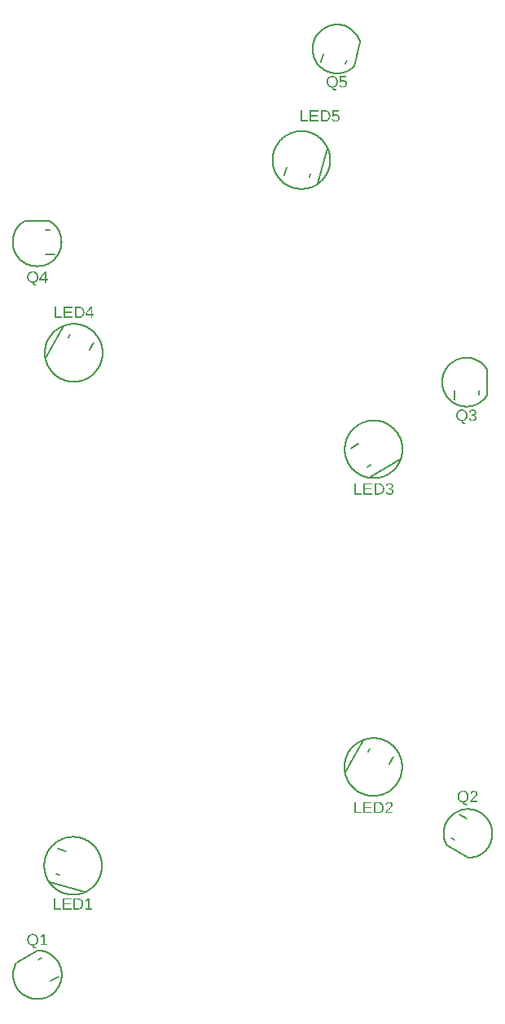
<source format=gbr>
G04 EAGLE Gerber RS-274X export*
G75*
%MOMM*%
%FSLAX34Y34*%
%LPD*%
%INSilkscreen Top*%
%IPPOS*%
%AMOC8*
5,1,8,0,0,1.08239X$1,22.5*%
G01*
G04 Define Apertures*
%ADD10C,0.200000*%
%ADD11C,0.127000*%
G36*
X111016Y135933D02*
X111420Y135967D01*
X111812Y136023D01*
X112191Y136102D01*
X112558Y136203D01*
X112912Y136327D01*
X113254Y136474D01*
X113583Y136643D01*
X113897Y136833D01*
X114192Y137043D01*
X114470Y137272D01*
X114728Y137522D01*
X114969Y137791D01*
X115191Y138080D01*
X115394Y138389D01*
X115580Y138718D01*
X115745Y139064D01*
X115888Y139424D01*
X116009Y139798D01*
X116108Y140186D01*
X116185Y140588D01*
X116240Y141004D01*
X116273Y141435D01*
X116284Y141879D01*
X116278Y142217D01*
X116259Y142545D01*
X116227Y142863D01*
X116183Y143172D01*
X116127Y143471D01*
X116057Y143759D01*
X115976Y144039D01*
X115881Y144308D01*
X115774Y144567D01*
X115654Y144817D01*
X115377Y145287D01*
X115050Y145717D01*
X114672Y146109D01*
X114248Y146457D01*
X113782Y146760D01*
X113273Y147015D01*
X112722Y147224D01*
X112129Y147387D01*
X111493Y147503D01*
X110815Y147573D01*
X110095Y147596D01*
X106234Y147596D01*
X106234Y135922D01*
X110600Y135922D01*
X111016Y135933D01*
G37*
%LPC*%
G36*
X107816Y137190D02*
X107816Y146328D01*
X110062Y146328D01*
X110608Y146311D01*
X111122Y146257D01*
X111602Y146168D01*
X112049Y146044D01*
X112463Y145883D01*
X112843Y145688D01*
X113190Y145456D01*
X113504Y145189D01*
X113783Y144888D01*
X114024Y144555D01*
X114229Y144190D01*
X114396Y143792D01*
X114526Y143362D01*
X114619Y142900D01*
X114675Y142406D01*
X114693Y141879D01*
X114685Y141525D01*
X114661Y141182D01*
X114620Y140851D01*
X114563Y140533D01*
X114489Y140226D01*
X114400Y139931D01*
X114293Y139648D01*
X114171Y139377D01*
X114034Y139120D01*
X113882Y138878D01*
X113716Y138651D01*
X113536Y138441D01*
X113342Y138245D01*
X113134Y138066D01*
X112912Y137902D01*
X112676Y137753D01*
X112427Y137621D01*
X112169Y137506D01*
X111902Y137410D01*
X111624Y137330D01*
X111337Y137269D01*
X111041Y137225D01*
X110734Y137198D01*
X110418Y137190D01*
X107816Y137190D01*
G37*
%LPD*%
G36*
X104087Y137214D02*
X96472Y137214D01*
X96472Y141283D01*
X103250Y141283D01*
X103250Y142559D01*
X96472Y142559D01*
X96472Y146304D01*
X103747Y146304D01*
X103747Y147596D01*
X94890Y147596D01*
X94890Y135922D01*
X104087Y135922D01*
X104087Y137214D01*
G37*
G36*
X125700Y137190D02*
X122858Y137190D01*
X122858Y147596D01*
X121483Y147596D01*
X118724Y145699D01*
X118724Y144290D01*
X121359Y146171D01*
X121359Y137190D01*
X118384Y137190D01*
X118384Y135922D01*
X125700Y135922D01*
X125700Y137190D01*
G37*
G36*
X92965Y137214D02*
X87066Y137214D01*
X87066Y147596D01*
X85484Y147596D01*
X85484Y135922D01*
X92965Y135922D01*
X92965Y137214D01*
G37*
G36*
X66976Y95673D02*
X67340Y95707D01*
X67713Y95764D01*
X68094Y95844D01*
X68094Y96954D01*
X67607Y96873D01*
X67372Y96853D01*
X67141Y96846D01*
X66935Y96853D01*
X66737Y96875D01*
X66549Y96911D01*
X66370Y96962D01*
X66200Y97027D01*
X66039Y97107D01*
X65888Y97201D01*
X65745Y97310D01*
X65611Y97435D01*
X65483Y97578D01*
X65247Y97919D01*
X65038Y98332D01*
X64855Y98818D01*
X65393Y98911D01*
X65900Y99044D01*
X66377Y99219D01*
X66825Y99433D01*
X67241Y99689D01*
X67628Y99985D01*
X67984Y100322D01*
X68310Y100699D01*
X68601Y101110D01*
X68853Y101549D01*
X69067Y102016D01*
X69242Y102509D01*
X69378Y103031D01*
X69475Y103579D01*
X69533Y104155D01*
X69553Y104759D01*
X69542Y105211D01*
X69509Y105648D01*
X69455Y106070D01*
X69380Y106476D01*
X69282Y106867D01*
X69163Y107243D01*
X69023Y107604D01*
X68861Y107949D01*
X68678Y108276D01*
X68476Y108584D01*
X68255Y108871D01*
X68015Y109139D01*
X67755Y109386D01*
X67476Y109613D01*
X67177Y109821D01*
X66860Y110008D01*
X66525Y110174D01*
X66176Y110318D01*
X65811Y110439D01*
X65433Y110539D01*
X65039Y110617D01*
X64630Y110672D01*
X64207Y110705D01*
X63769Y110716D01*
X63432Y110710D01*
X63104Y110691D01*
X62786Y110661D01*
X62477Y110617D01*
X62178Y110562D01*
X61887Y110494D01*
X61335Y110322D01*
X60821Y110100D01*
X60344Y109828D01*
X59904Y109508D01*
X59502Y109138D01*
X59143Y108724D01*
X58832Y108272D01*
X58568Y107782D01*
X58353Y107254D01*
X58185Y106687D01*
X58065Y106083D01*
X58023Y105766D01*
X57993Y105440D01*
X57975Y105104D01*
X57969Y104759D01*
X57979Y104324D01*
X58008Y103903D01*
X58057Y103495D01*
X58126Y103101D01*
X58214Y102720D01*
X58321Y102352D01*
X58448Y101997D01*
X58595Y101656D01*
X58760Y101331D01*
X58943Y101024D01*
X59143Y100735D01*
X59361Y100465D01*
X59597Y100213D01*
X59850Y99980D01*
X60121Y99765D01*
X60409Y99568D01*
X60714Y99391D01*
X61032Y99235D01*
X61365Y99099D01*
X61711Y98985D01*
X62072Y98891D01*
X62447Y98818D01*
X62836Y98766D01*
X63239Y98735D01*
X63372Y98336D01*
X63514Y97966D01*
X63666Y97626D01*
X63826Y97315D01*
X63996Y97035D01*
X64175Y96783D01*
X64363Y96562D01*
X64560Y96370D01*
X64769Y96204D01*
X64992Y96060D01*
X65229Y95938D01*
X65479Y95838D01*
X65743Y95761D01*
X66022Y95706D01*
X66314Y95672D01*
X66619Y95661D01*
X66976Y95673D01*
G37*
%LPC*%
G36*
X63275Y100007D02*
X62824Y100067D01*
X62400Y100168D01*
X62003Y100308D01*
X61633Y100490D01*
X61290Y100711D01*
X60973Y100973D01*
X60683Y101275D01*
X60424Y101611D01*
X60199Y101976D01*
X60009Y102369D01*
X59853Y102790D01*
X59732Y103240D01*
X59646Y103718D01*
X59594Y104224D01*
X59577Y104759D01*
X59594Y105297D01*
X59645Y105803D01*
X59731Y106279D01*
X59850Y106725D01*
X60004Y107139D01*
X60192Y107523D01*
X60414Y107875D01*
X60670Y108197D01*
X60958Y108485D01*
X61274Y108734D01*
X61619Y108945D01*
X61992Y109117D01*
X62394Y109251D01*
X62824Y109347D01*
X63282Y109404D01*
X63769Y109424D01*
X64252Y109404D01*
X64707Y109346D01*
X65134Y109249D01*
X65533Y109113D01*
X65904Y108938D01*
X66246Y108725D01*
X66561Y108472D01*
X66847Y108181D01*
X67103Y107855D01*
X67324Y107501D01*
X67511Y107117D01*
X67664Y106704D01*
X67784Y106262D01*
X67869Y105790D01*
X67920Y105289D01*
X67937Y104759D01*
X67920Y104205D01*
X67869Y103684D01*
X67785Y103195D01*
X67667Y102738D01*
X67514Y102314D01*
X67329Y101921D01*
X67109Y101561D01*
X66856Y101233D01*
X66571Y100941D01*
X66256Y100688D01*
X65912Y100473D01*
X65539Y100298D01*
X65137Y100162D01*
X64705Y100064D01*
X64243Y100006D01*
X63753Y99986D01*
X63275Y100007D01*
G37*
%LPD*%
G36*
X78962Y100136D02*
X76120Y100136D01*
X76120Y110542D01*
X74744Y110542D01*
X71985Y108645D01*
X71985Y107236D01*
X74620Y109117D01*
X74620Y100136D01*
X71646Y100136D01*
X71646Y98868D01*
X78962Y98868D01*
X78962Y100136D01*
G37*
G36*
X423230Y236008D02*
X423634Y236041D01*
X424025Y236098D01*
X424404Y236177D01*
X424771Y236278D01*
X425125Y236402D01*
X425467Y236548D01*
X425796Y236717D01*
X426110Y236907D01*
X426406Y237117D01*
X426683Y237347D01*
X426942Y237597D01*
X427182Y237866D01*
X427404Y238155D01*
X427608Y238464D01*
X427793Y238793D01*
X427958Y239138D01*
X428101Y239498D01*
X428222Y239872D01*
X428321Y240260D01*
X428398Y240663D01*
X428454Y241079D01*
X428487Y241509D01*
X428498Y241954D01*
X428491Y242292D01*
X428472Y242620D01*
X428441Y242938D01*
X428397Y243246D01*
X428340Y243545D01*
X428271Y243834D01*
X428189Y244113D01*
X428095Y244382D01*
X427988Y244642D01*
X427868Y244891D01*
X427591Y245361D01*
X427264Y245792D01*
X426886Y246183D01*
X426462Y246532D01*
X425996Y246834D01*
X425487Y247090D01*
X424936Y247299D01*
X424342Y247462D01*
X423707Y247578D01*
X423029Y247647D01*
X422308Y247671D01*
X418447Y247671D01*
X418447Y235996D01*
X422814Y235996D01*
X423230Y236008D01*
G37*
%LPC*%
G36*
X420030Y237264D02*
X420030Y246403D01*
X422275Y246403D01*
X422822Y246385D01*
X423335Y246332D01*
X423816Y246243D01*
X424263Y246118D01*
X424676Y245958D01*
X425057Y245762D01*
X425404Y245531D01*
X425718Y245264D01*
X425996Y244963D01*
X426238Y244630D01*
X426442Y244264D01*
X426609Y243867D01*
X426740Y243437D01*
X426832Y242975D01*
X426888Y242480D01*
X426907Y241954D01*
X426899Y241599D01*
X426874Y241257D01*
X426833Y240926D01*
X426776Y240607D01*
X426703Y240300D01*
X426613Y240006D01*
X426507Y239723D01*
X426385Y239451D01*
X426247Y239194D01*
X426096Y238952D01*
X425930Y238726D01*
X425750Y238515D01*
X425556Y238320D01*
X425348Y238140D01*
X425126Y237976D01*
X424889Y237828D01*
X424641Y237695D01*
X424383Y237581D01*
X424115Y237484D01*
X423838Y237405D01*
X423551Y237343D01*
X423254Y237299D01*
X422948Y237273D01*
X422631Y237264D01*
X420030Y237264D01*
G37*
%LPD*%
G36*
X416300Y237289D02*
X408686Y237289D01*
X408686Y241357D01*
X415464Y241357D01*
X415464Y242633D01*
X408686Y242633D01*
X408686Y246378D01*
X415961Y246378D01*
X415961Y247671D01*
X407103Y247671D01*
X407103Y235996D01*
X416300Y235996D01*
X416300Y237289D01*
G37*
G36*
X437889Y237264D02*
X431799Y237264D01*
X431943Y237557D01*
X432126Y237855D01*
X432349Y238160D01*
X432611Y238470D01*
X432917Y238792D01*
X433272Y239134D01*
X433675Y239494D01*
X434127Y239874D01*
X434923Y240532D01*
X435579Y241098D01*
X436096Y241572D01*
X436472Y241954D01*
X436760Y242289D01*
X437010Y242625D01*
X437222Y242960D01*
X437396Y243296D01*
X437532Y243632D01*
X437629Y243969D01*
X437687Y244307D01*
X437707Y244646D01*
X437692Y245019D01*
X437647Y245369D01*
X437573Y245698D01*
X437470Y246004D01*
X437336Y246289D01*
X437173Y246552D01*
X436980Y246793D01*
X436758Y247012D01*
X436508Y247207D01*
X436233Y247376D01*
X435932Y247519D01*
X435605Y247637D01*
X435253Y247728D01*
X434876Y247793D01*
X434473Y247832D01*
X434045Y247845D01*
X433652Y247832D01*
X433277Y247793D01*
X432921Y247728D01*
X432583Y247638D01*
X432263Y247521D01*
X431962Y247379D01*
X431679Y247210D01*
X431414Y247016D01*
X431171Y246800D01*
X430956Y246566D01*
X430767Y246314D01*
X430605Y246045D01*
X430470Y245757D01*
X430361Y245452D01*
X430280Y245128D01*
X430225Y244787D01*
X431749Y244646D01*
X431784Y244874D01*
X431835Y245088D01*
X431902Y245290D01*
X431985Y245478D01*
X432083Y245653D01*
X432198Y245816D01*
X432328Y245965D01*
X432474Y246101D01*
X432634Y246222D01*
X432804Y246327D01*
X432985Y246416D01*
X433176Y246489D01*
X433377Y246546D01*
X433589Y246586D01*
X433812Y246610D01*
X434045Y246618D01*
X434288Y246610D01*
X434518Y246585D01*
X434735Y246544D01*
X434937Y246486D01*
X435126Y246411D01*
X435301Y246320D01*
X435463Y246212D01*
X435611Y246088D01*
X435743Y245949D01*
X435857Y245796D01*
X435954Y245630D01*
X436033Y245450D01*
X436095Y245257D01*
X436139Y245050D01*
X436165Y244830D01*
X436174Y244597D01*
X436153Y244250D01*
X436092Y243922D01*
X435990Y243612D01*
X435847Y243321D01*
X435670Y243042D01*
X435469Y242770D01*
X435242Y242504D01*
X434989Y242244D01*
X434427Y241730D01*
X433800Y241216D01*
X433138Y240681D01*
X432470Y240102D01*
X432139Y239793D01*
X431815Y239466D01*
X431499Y239122D01*
X431190Y238760D01*
X430897Y238375D01*
X430628Y237961D01*
X430382Y237519D01*
X430159Y237049D01*
X430159Y235996D01*
X437889Y235996D01*
X437889Y237264D01*
G37*
G36*
X405179Y237289D02*
X399280Y237289D01*
X399280Y247671D01*
X397697Y247671D01*
X397697Y235996D01*
X405179Y235996D01*
X405179Y237289D01*
G37*
G36*
X514209Y244373D02*
X514573Y244407D01*
X514946Y244464D01*
X515327Y244544D01*
X515327Y245654D01*
X514841Y245573D01*
X514605Y245553D01*
X514375Y245546D01*
X514168Y245554D01*
X513970Y245575D01*
X513782Y245612D01*
X513603Y245662D01*
X513433Y245728D01*
X513272Y245807D01*
X513121Y245902D01*
X512979Y246010D01*
X512844Y246135D01*
X512716Y246279D01*
X512480Y246619D01*
X512271Y247033D01*
X512088Y247518D01*
X512626Y247611D01*
X513133Y247745D01*
X513611Y247919D01*
X514058Y248134D01*
X514474Y248389D01*
X514861Y248685D01*
X515217Y249022D01*
X515543Y249399D01*
X515834Y249811D01*
X516087Y250249D01*
X516300Y250716D01*
X516475Y251210D01*
X516611Y251731D01*
X516708Y252279D01*
X516766Y252855D01*
X516786Y253459D01*
X516775Y253911D01*
X516742Y254348D01*
X516688Y254770D01*
X516613Y255176D01*
X516515Y255567D01*
X516397Y255943D01*
X516256Y256304D01*
X516094Y256649D01*
X515911Y256977D01*
X515709Y257284D01*
X515488Y257572D01*
X515248Y257839D01*
X514988Y258086D01*
X514709Y258314D01*
X514411Y258521D01*
X514093Y258708D01*
X513758Y258874D01*
X513409Y259018D01*
X513045Y259140D01*
X512666Y259239D01*
X512272Y259317D01*
X511864Y259372D01*
X511440Y259405D01*
X511002Y259416D01*
X510665Y259410D01*
X510338Y259392D01*
X510019Y259361D01*
X509710Y259318D01*
X509411Y259262D01*
X509121Y259194D01*
X508569Y259022D01*
X508054Y258800D01*
X507577Y258528D01*
X507137Y258208D01*
X506735Y257838D01*
X506376Y257424D01*
X506065Y256972D01*
X505801Y256482D01*
X505586Y255954D01*
X505418Y255388D01*
X505298Y254783D01*
X505256Y254466D01*
X505226Y254140D01*
X505209Y253804D01*
X505203Y253459D01*
X505212Y253025D01*
X505242Y252603D01*
X505291Y252195D01*
X505359Y251801D01*
X505447Y251420D01*
X505554Y251052D01*
X505681Y250697D01*
X505828Y250356D01*
X505993Y250031D01*
X506176Y249724D01*
X506376Y249435D01*
X506595Y249165D01*
X506830Y248913D01*
X507083Y248680D01*
X507354Y248465D01*
X507643Y248268D01*
X507947Y248091D01*
X508265Y247935D01*
X508598Y247800D01*
X508944Y247685D01*
X509305Y247591D01*
X509680Y247519D01*
X510069Y247467D01*
X510472Y247435D01*
X510605Y247036D01*
X510747Y246666D01*
X510899Y246326D01*
X511059Y246016D01*
X511229Y245735D01*
X511408Y245483D01*
X511596Y245262D01*
X511794Y245070D01*
X512003Y244904D01*
X512225Y244760D01*
X512462Y244638D01*
X512712Y244539D01*
X512977Y244461D01*
X513255Y244406D01*
X513547Y244373D01*
X513853Y244362D01*
X514209Y244373D01*
G37*
%LPC*%
G36*
X510508Y248707D02*
X510058Y248767D01*
X509634Y248868D01*
X509237Y249009D01*
X508866Y249190D01*
X508523Y249411D01*
X508206Y249673D01*
X507916Y249975D01*
X507657Y250311D01*
X507432Y250676D01*
X507242Y251069D01*
X507086Y251490D01*
X506965Y251940D01*
X506879Y252418D01*
X506827Y252924D01*
X506810Y253459D01*
X506827Y253997D01*
X506878Y254504D01*
X506964Y254980D01*
X507083Y255425D01*
X507237Y255839D01*
X507425Y256223D01*
X507647Y256576D01*
X507904Y256898D01*
X508191Y257185D01*
X508507Y257434D01*
X508852Y257645D01*
X509225Y257817D01*
X509627Y257951D01*
X510057Y258047D01*
X510515Y258105D01*
X511002Y258124D01*
X511485Y258104D01*
X511940Y258046D01*
X512367Y257949D01*
X512766Y257813D01*
X513137Y257638D01*
X513480Y257425D01*
X513794Y257172D01*
X514080Y256881D01*
X514336Y256556D01*
X514557Y256201D01*
X514744Y255817D01*
X514898Y255404D01*
X515017Y254962D01*
X515102Y254490D01*
X515153Y253989D01*
X515170Y253459D01*
X515153Y252906D01*
X515102Y252384D01*
X515018Y251895D01*
X514900Y251438D01*
X514748Y251014D01*
X514562Y250622D01*
X514342Y250261D01*
X514089Y249934D01*
X513804Y249641D01*
X513489Y249388D01*
X513146Y249174D01*
X512772Y248998D01*
X512370Y248862D01*
X511938Y248765D01*
X511477Y248706D01*
X510986Y248687D01*
X510508Y248707D01*
G37*
%LPD*%
G36*
X526170Y248836D02*
X520080Y248836D01*
X520224Y249129D01*
X520408Y249427D01*
X520630Y249731D01*
X520892Y250041D01*
X521198Y250364D01*
X521553Y250705D01*
X521956Y251066D01*
X522409Y251446D01*
X523204Y252104D01*
X523861Y252670D01*
X524377Y253144D01*
X524753Y253525D01*
X525041Y253861D01*
X525291Y254196D01*
X525503Y254532D01*
X525677Y254868D01*
X525813Y255204D01*
X525910Y255541D01*
X525968Y255879D01*
X525988Y256218D01*
X525973Y256590D01*
X525929Y256941D01*
X525854Y257269D01*
X525751Y257576D01*
X525617Y257861D01*
X525454Y258124D01*
X525262Y258365D01*
X525039Y258584D01*
X524789Y258779D01*
X524514Y258948D01*
X524213Y259091D01*
X523886Y259208D01*
X523535Y259299D01*
X523157Y259364D01*
X522754Y259403D01*
X522326Y259416D01*
X521933Y259403D01*
X521558Y259365D01*
X521202Y259300D01*
X520864Y259209D01*
X520545Y259093D01*
X520243Y258950D01*
X519960Y258782D01*
X519695Y258588D01*
X519453Y258372D01*
X519237Y258138D01*
X519048Y257886D01*
X518886Y257616D01*
X518751Y257329D01*
X518642Y257023D01*
X518561Y256700D01*
X518506Y256359D01*
X520031Y256218D01*
X520065Y256446D01*
X520116Y256660D01*
X520183Y256861D01*
X520266Y257050D01*
X520364Y257225D01*
X520479Y257387D01*
X520609Y257536D01*
X520756Y257672D01*
X520915Y257794D01*
X521085Y257899D01*
X521266Y257988D01*
X521457Y258061D01*
X521658Y258117D01*
X521870Y258158D01*
X522093Y258182D01*
X522326Y258190D01*
X522569Y258182D01*
X522799Y258157D01*
X523016Y258116D01*
X523218Y258058D01*
X523407Y257983D01*
X523582Y257892D01*
X523744Y257784D01*
X523892Y257660D01*
X524024Y257520D01*
X524138Y257368D01*
X524235Y257202D01*
X524314Y257022D01*
X524376Y256829D01*
X524420Y256622D01*
X524446Y256402D01*
X524455Y256168D01*
X524435Y255821D01*
X524373Y255493D01*
X524271Y255183D01*
X524128Y254892D01*
X523951Y254614D01*
X523750Y254341D01*
X523523Y254075D01*
X523270Y253815D01*
X522708Y253302D01*
X522081Y252788D01*
X521419Y252252D01*
X520751Y251674D01*
X520420Y251364D01*
X520096Y251038D01*
X519780Y250693D01*
X519471Y250331D01*
X519178Y249946D01*
X518909Y249533D01*
X518663Y249091D01*
X518440Y248620D01*
X518440Y247568D01*
X526170Y247568D01*
X526170Y248836D01*
G37*
G36*
X423806Y566983D02*
X424209Y567017D01*
X424601Y567073D01*
X424980Y567152D01*
X425347Y567254D01*
X425701Y567377D01*
X426043Y567524D01*
X426372Y567693D01*
X426686Y567883D01*
X426981Y568093D01*
X427259Y568323D01*
X427517Y568572D01*
X427758Y568841D01*
X427980Y569131D01*
X428184Y569440D01*
X428369Y569768D01*
X428534Y570114D01*
X428677Y570474D01*
X428798Y570848D01*
X428897Y571236D01*
X428974Y571638D01*
X429029Y572054D01*
X429062Y572485D01*
X429073Y572929D01*
X429067Y573267D01*
X429048Y573595D01*
X429016Y573914D01*
X428972Y574222D01*
X428916Y574521D01*
X428846Y574810D01*
X428765Y575089D01*
X428670Y575358D01*
X428563Y575617D01*
X428444Y575867D01*
X428167Y576337D01*
X427839Y576768D01*
X427462Y577159D01*
X427037Y577508D01*
X426571Y577810D01*
X426062Y578065D01*
X425511Y578274D01*
X424918Y578437D01*
X424282Y578553D01*
X423604Y578623D01*
X422884Y578646D01*
X419023Y578646D01*
X419023Y566972D01*
X423389Y566972D01*
X423806Y566983D01*
G37*
%LPC*%
G36*
X420605Y568240D02*
X420605Y577379D01*
X422851Y577379D01*
X423397Y577361D01*
X423911Y577307D01*
X424391Y577218D01*
X424838Y577094D01*
X425252Y576934D01*
X425632Y576738D01*
X425979Y576506D01*
X426293Y576239D01*
X426572Y575938D01*
X426813Y575605D01*
X427018Y575240D01*
X427185Y574842D01*
X427315Y574412D01*
X427408Y573950D01*
X427464Y573456D01*
X427482Y572929D01*
X427474Y572575D01*
X427450Y572232D01*
X427409Y571902D01*
X427352Y571583D01*
X427278Y571276D01*
X427189Y570981D01*
X427083Y570698D01*
X426960Y570427D01*
X426823Y570170D01*
X426671Y569928D01*
X426505Y569701D01*
X426325Y569491D01*
X426131Y569296D01*
X425923Y569116D01*
X425701Y568952D01*
X425465Y568803D01*
X425216Y568671D01*
X424959Y568557D01*
X424691Y568460D01*
X424413Y568380D01*
X424126Y568319D01*
X423830Y568275D01*
X423523Y568248D01*
X423207Y568240D01*
X420605Y568240D01*
G37*
%LPD*%
G36*
X416876Y568264D02*
X409262Y568264D01*
X409262Y572333D01*
X416039Y572333D01*
X416039Y573609D01*
X409262Y573609D01*
X409262Y577354D01*
X416536Y577354D01*
X416536Y578646D01*
X407679Y578646D01*
X407679Y566972D01*
X416876Y566972D01*
X416876Y568264D01*
G37*
G36*
X435074Y566820D02*
X435510Y566862D01*
X435918Y566931D01*
X436298Y567028D01*
X436651Y567153D01*
X436976Y567305D01*
X437274Y567485D01*
X437545Y567693D01*
X437786Y567926D01*
X437994Y568182D01*
X438171Y568460D01*
X438315Y568762D01*
X438428Y569086D01*
X438508Y569433D01*
X438556Y569802D01*
X438572Y570195D01*
X438561Y570469D01*
X438527Y570730D01*
X438470Y570980D01*
X438390Y571218D01*
X438287Y571444D01*
X438162Y571658D01*
X438014Y571861D01*
X437843Y572051D01*
X437652Y572226D01*
X437442Y572382D01*
X437215Y572520D01*
X436969Y572639D01*
X436705Y572740D01*
X436423Y572822D01*
X436123Y572885D01*
X435805Y572929D01*
X435805Y572962D01*
X436094Y573032D01*
X436366Y573115D01*
X436620Y573212D01*
X436856Y573324D01*
X437075Y573449D01*
X437275Y573589D01*
X437458Y573743D01*
X437624Y573911D01*
X437770Y574093D01*
X437897Y574287D01*
X438005Y574495D01*
X438093Y574716D01*
X438161Y574950D01*
X438210Y575197D01*
X438239Y575457D01*
X438249Y575730D01*
X438234Y576084D01*
X438188Y576419D01*
X438112Y576733D01*
X438006Y577027D01*
X437869Y577302D01*
X437702Y577556D01*
X437504Y577790D01*
X437276Y578004D01*
X437020Y578195D01*
X436740Y578361D01*
X436435Y578501D01*
X436106Y578616D01*
X435753Y578705D01*
X435375Y578769D01*
X434972Y578807D01*
X434545Y578820D01*
X434153Y578808D01*
X433778Y578770D01*
X433422Y578707D01*
X433084Y578619D01*
X432764Y578506D01*
X432463Y578368D01*
X432180Y578205D01*
X431915Y578017D01*
X431672Y577806D01*
X431457Y577575D01*
X431268Y577325D01*
X431106Y577055D01*
X430971Y576766D01*
X430862Y576457D01*
X430781Y576128D01*
X430726Y575779D01*
X432226Y575663D01*
X432258Y575887D01*
X432307Y576097D01*
X432372Y576295D01*
X432452Y576480D01*
X432549Y576651D01*
X432661Y576810D01*
X432790Y576956D01*
X432934Y577089D01*
X433092Y577207D01*
X433262Y577310D01*
X433444Y577397D01*
X433637Y577468D01*
X433842Y577523D01*
X434060Y577562D01*
X434288Y577586D01*
X434529Y577594D01*
X434792Y577585D01*
X435038Y577560D01*
X435268Y577518D01*
X435481Y577458D01*
X435677Y577382D01*
X435856Y577289D01*
X436019Y577178D01*
X436165Y577051D01*
X436294Y576909D01*
X436406Y576755D01*
X436501Y576589D01*
X436579Y576410D01*
X436639Y576219D01*
X436682Y576016D01*
X436708Y575800D01*
X436716Y575572D01*
X436706Y575343D01*
X436674Y575126D01*
X436621Y574922D01*
X436547Y574730D01*
X436453Y574552D01*
X436336Y574386D01*
X436199Y574233D01*
X436041Y574093D01*
X435864Y573968D01*
X435669Y573860D01*
X435457Y573768D01*
X435228Y573693D01*
X434982Y573634D01*
X434718Y573592D01*
X434437Y573567D01*
X434140Y573559D01*
X433328Y573559D01*
X433328Y572266D01*
X434173Y572266D01*
X434508Y572258D01*
X434824Y572233D01*
X435119Y572191D01*
X435394Y572133D01*
X435648Y572058D01*
X435882Y571966D01*
X436096Y571857D01*
X436290Y571732D01*
X436461Y571592D01*
X436610Y571439D01*
X436736Y571272D01*
X436840Y571093D01*
X436920Y570901D01*
X436977Y570695D01*
X437011Y570476D01*
X437023Y570245D01*
X437013Y569980D01*
X436983Y569732D01*
X436933Y569500D01*
X436862Y569286D01*
X436772Y569088D01*
X436662Y568907D01*
X436531Y568743D01*
X436381Y568596D01*
X436213Y568466D01*
X436029Y568353D01*
X435831Y568258D01*
X435617Y568180D01*
X435389Y568119D01*
X435145Y568075D01*
X434886Y568049D01*
X434612Y568041D01*
X434339Y568049D01*
X434081Y568073D01*
X433838Y568114D01*
X433611Y568170D01*
X433399Y568243D01*
X433202Y568332D01*
X433020Y568437D01*
X432853Y568559D01*
X432702Y568696D01*
X432566Y568850D01*
X432445Y569020D01*
X432339Y569206D01*
X432248Y569408D01*
X432173Y569627D01*
X432113Y569861D01*
X432068Y570112D01*
X430527Y569971D01*
X430590Y569592D01*
X430680Y569236D01*
X430797Y568905D01*
X430940Y568597D01*
X431111Y568313D01*
X431308Y568053D01*
X431532Y567818D01*
X431782Y567606D01*
X432058Y567418D01*
X432355Y567256D01*
X432675Y567119D01*
X433018Y567006D01*
X433383Y566919D01*
X433770Y566856D01*
X434180Y566819D01*
X434612Y566806D01*
X435074Y566820D01*
G37*
G36*
X405755Y568264D02*
X399855Y568264D01*
X399855Y578646D01*
X398273Y578646D01*
X398273Y566972D01*
X405755Y566972D01*
X405755Y568264D01*
G37*
G36*
X512992Y640269D02*
X513357Y640303D01*
X513730Y640360D01*
X514111Y640440D01*
X514111Y641550D01*
X513624Y641469D01*
X513388Y641449D01*
X513158Y641442D01*
X512951Y641449D01*
X512754Y641471D01*
X512566Y641507D01*
X512386Y641558D01*
X512217Y641623D01*
X512056Y641703D01*
X511904Y641797D01*
X511762Y641906D01*
X511627Y642031D01*
X511500Y642174D01*
X511264Y642515D01*
X511054Y642928D01*
X510871Y643414D01*
X511409Y643507D01*
X511917Y643640D01*
X512394Y643815D01*
X512841Y644029D01*
X513258Y644285D01*
X513644Y644581D01*
X514000Y644918D01*
X514326Y645295D01*
X514618Y645706D01*
X514870Y646145D01*
X515084Y646612D01*
X515258Y647105D01*
X515394Y647627D01*
X515491Y648175D01*
X515550Y648751D01*
X515569Y649355D01*
X515558Y649807D01*
X515526Y650244D01*
X515472Y650666D01*
X515396Y651072D01*
X515299Y651463D01*
X515180Y651839D01*
X515039Y652200D01*
X514877Y652545D01*
X514695Y652872D01*
X514493Y653180D01*
X514272Y653467D01*
X514031Y653735D01*
X513771Y653982D01*
X513492Y654209D01*
X513194Y654417D01*
X512876Y654604D01*
X512542Y654770D01*
X512192Y654914D01*
X511828Y655035D01*
X511449Y655135D01*
X511055Y655213D01*
X510647Y655268D01*
X510224Y655301D01*
X509786Y655312D01*
X509449Y655306D01*
X509121Y655287D01*
X508803Y655257D01*
X508494Y655213D01*
X508194Y655158D01*
X507904Y655090D01*
X507352Y654918D01*
X506837Y654696D01*
X506360Y654424D01*
X505921Y654104D01*
X505519Y653734D01*
X505160Y653320D01*
X504848Y652868D01*
X504585Y652378D01*
X504369Y651850D01*
X504201Y651283D01*
X504082Y650679D01*
X504040Y650362D01*
X504010Y650036D01*
X503992Y649700D01*
X503986Y649355D01*
X503996Y648920D01*
X504025Y648499D01*
X504074Y648091D01*
X504142Y647697D01*
X504230Y647316D01*
X504338Y646948D01*
X504465Y646593D01*
X504612Y646252D01*
X504777Y645927D01*
X504959Y645620D01*
X505160Y645331D01*
X505378Y645061D01*
X505614Y644809D01*
X505867Y644576D01*
X506138Y644361D01*
X506426Y644164D01*
X506730Y643987D01*
X507049Y643831D01*
X507381Y643695D01*
X507728Y643581D01*
X508089Y643487D01*
X508463Y643414D01*
X508852Y643362D01*
X509256Y643331D01*
X509389Y642932D01*
X509531Y642562D01*
X509682Y642222D01*
X509843Y641911D01*
X510013Y641631D01*
X510192Y641379D01*
X510380Y641158D01*
X510577Y640966D01*
X510786Y640800D01*
X511009Y640656D01*
X511245Y640534D01*
X511496Y640434D01*
X511760Y640357D01*
X512038Y640302D01*
X512330Y640268D01*
X512636Y640257D01*
X512992Y640269D01*
G37*
%LPC*%
G36*
X509292Y644603D02*
X508841Y644663D01*
X508417Y644764D01*
X508020Y644904D01*
X507650Y645086D01*
X507306Y645307D01*
X506989Y645569D01*
X506699Y645871D01*
X506440Y646207D01*
X506216Y646572D01*
X506025Y646965D01*
X505870Y647386D01*
X505749Y647836D01*
X505662Y648314D01*
X505611Y648820D01*
X505593Y649355D01*
X505610Y649893D01*
X505662Y650399D01*
X505747Y650875D01*
X505867Y651321D01*
X506021Y651735D01*
X506209Y652119D01*
X506431Y652471D01*
X506687Y652793D01*
X506975Y653081D01*
X507291Y653330D01*
X507635Y653541D01*
X508009Y653713D01*
X508410Y653847D01*
X508840Y653943D01*
X509299Y654000D01*
X509786Y654020D01*
X510269Y654000D01*
X510724Y653942D01*
X511151Y653845D01*
X511550Y653709D01*
X511920Y653534D01*
X512263Y653321D01*
X512577Y653068D01*
X512864Y652777D01*
X513119Y652451D01*
X513341Y652097D01*
X513528Y651713D01*
X513681Y651300D01*
X513800Y650858D01*
X513885Y650386D01*
X513936Y649885D01*
X513953Y649355D01*
X513937Y648801D01*
X513886Y648280D01*
X513801Y647791D01*
X513683Y647334D01*
X513531Y646910D01*
X513345Y646517D01*
X513126Y646157D01*
X512872Y645829D01*
X512587Y645537D01*
X512273Y645284D01*
X511929Y645069D01*
X511556Y644894D01*
X511153Y644758D01*
X510721Y644660D01*
X510260Y644602D01*
X509769Y644582D01*
X509292Y644603D01*
G37*
%LPD*%
G36*
X521563Y643312D02*
X521999Y643354D01*
X522407Y643423D01*
X522787Y643520D01*
X523140Y643644D01*
X523465Y643797D01*
X523763Y643977D01*
X524034Y644185D01*
X524275Y644418D01*
X524483Y644674D01*
X524660Y644952D01*
X524804Y645254D01*
X524917Y645578D01*
X524997Y645925D01*
X525045Y646294D01*
X525061Y646687D01*
X525050Y646961D01*
X525016Y647222D01*
X524959Y647472D01*
X524879Y647710D01*
X524776Y647936D01*
X524651Y648150D01*
X524503Y648353D01*
X524332Y648543D01*
X524141Y648718D01*
X523931Y648874D01*
X523704Y649012D01*
X523458Y649131D01*
X523194Y649232D01*
X522912Y649313D01*
X522612Y649377D01*
X522294Y649421D01*
X522294Y649454D01*
X522583Y649523D01*
X522855Y649607D01*
X523109Y649704D01*
X523345Y649816D01*
X523564Y649941D01*
X523764Y650081D01*
X523947Y650235D01*
X524113Y650403D01*
X524259Y650585D01*
X524386Y650779D01*
X524494Y650987D01*
X524582Y651208D01*
X524650Y651442D01*
X524699Y651689D01*
X524728Y651949D01*
X524738Y652222D01*
X524723Y652576D01*
X524677Y652911D01*
X524601Y653225D01*
X524495Y653519D01*
X524358Y653794D01*
X524191Y654048D01*
X523993Y654282D01*
X523765Y654496D01*
X523509Y654687D01*
X523229Y654853D01*
X522924Y654993D01*
X522595Y655108D01*
X522242Y655197D01*
X521864Y655261D01*
X521461Y655299D01*
X521034Y655312D01*
X520642Y655300D01*
X520267Y655262D01*
X519911Y655199D01*
X519573Y655111D01*
X519253Y654998D01*
X518952Y654860D01*
X518669Y654697D01*
X518404Y654508D01*
X518161Y654298D01*
X517946Y654067D01*
X517757Y653817D01*
X517595Y653547D01*
X517460Y653258D01*
X517351Y652949D01*
X517270Y652620D01*
X517215Y652271D01*
X518715Y652155D01*
X518747Y652379D01*
X518796Y652589D01*
X518861Y652787D01*
X518941Y652971D01*
X519038Y653143D01*
X519150Y653302D01*
X519279Y653448D01*
X519423Y653580D01*
X519581Y653699D01*
X519751Y653802D01*
X519933Y653888D01*
X520126Y653960D01*
X520331Y654015D01*
X520549Y654054D01*
X520777Y654078D01*
X521018Y654086D01*
X521281Y654077D01*
X521527Y654052D01*
X521757Y654010D01*
X521970Y653950D01*
X522166Y653874D01*
X522345Y653781D01*
X522508Y653670D01*
X522654Y653543D01*
X522783Y653401D01*
X522895Y653247D01*
X522990Y653081D01*
X523068Y652902D01*
X523128Y652711D01*
X523171Y652508D01*
X523197Y652292D01*
X523205Y652064D01*
X523195Y651834D01*
X523163Y651618D01*
X523110Y651413D01*
X523036Y651222D01*
X522942Y651044D01*
X522825Y650878D01*
X522688Y650725D01*
X522530Y650585D01*
X522353Y650460D01*
X522158Y650351D01*
X521946Y650260D01*
X521717Y650184D01*
X521471Y650126D01*
X521207Y650084D01*
X520926Y650059D01*
X520629Y650051D01*
X519817Y650051D01*
X519817Y648758D01*
X520662Y648758D01*
X520997Y648750D01*
X521313Y648725D01*
X521608Y648683D01*
X521883Y648625D01*
X522137Y648550D01*
X522371Y648458D01*
X522585Y648349D01*
X522779Y648224D01*
X522950Y648084D01*
X523099Y647931D01*
X523225Y647764D01*
X523329Y647585D01*
X523409Y647392D01*
X523466Y647187D01*
X523500Y646968D01*
X523512Y646737D01*
X523502Y646472D01*
X523472Y646223D01*
X523422Y645992D01*
X523351Y645778D01*
X523261Y645580D01*
X523151Y645399D01*
X523020Y645235D01*
X522870Y645088D01*
X522702Y644958D01*
X522518Y644845D01*
X522320Y644750D01*
X522106Y644671D01*
X521878Y644611D01*
X521634Y644567D01*
X521375Y644541D01*
X521101Y644533D01*
X520828Y644541D01*
X520570Y644565D01*
X520327Y644605D01*
X520100Y644662D01*
X519888Y644735D01*
X519691Y644824D01*
X519509Y644929D01*
X519342Y645051D01*
X519191Y645188D01*
X519055Y645342D01*
X518934Y645512D01*
X518828Y645698D01*
X518737Y645900D01*
X518662Y646119D01*
X518602Y646353D01*
X518557Y646604D01*
X517016Y646463D01*
X517079Y646084D01*
X517169Y645728D01*
X517286Y645397D01*
X517429Y645089D01*
X517600Y644805D01*
X517797Y644545D01*
X518021Y644310D01*
X518271Y644098D01*
X518547Y643910D01*
X518844Y643748D01*
X519164Y643610D01*
X519507Y643498D01*
X519872Y643411D01*
X520259Y643348D01*
X520669Y643311D01*
X521101Y643298D01*
X521563Y643312D01*
G37*
G36*
X112102Y750411D02*
X112506Y750445D01*
X112897Y750501D01*
X113276Y750580D01*
X113643Y750682D01*
X113997Y750805D01*
X114339Y750952D01*
X114668Y751121D01*
X114982Y751311D01*
X115278Y751521D01*
X115555Y751751D01*
X115814Y752000D01*
X116054Y752269D01*
X116276Y752559D01*
X116480Y752868D01*
X116665Y753196D01*
X116830Y753542D01*
X116973Y753902D01*
X117094Y754276D01*
X117193Y754664D01*
X117270Y755066D01*
X117325Y755482D01*
X117358Y755913D01*
X117369Y756357D01*
X117363Y756695D01*
X117344Y757023D01*
X117313Y757342D01*
X117269Y757650D01*
X117212Y757949D01*
X117143Y758238D01*
X117061Y758517D01*
X116967Y758786D01*
X116860Y759045D01*
X116740Y759295D01*
X116463Y759765D01*
X116136Y760196D01*
X115758Y760587D01*
X115334Y760936D01*
X114867Y761238D01*
X114359Y761493D01*
X113808Y761702D01*
X113214Y761865D01*
X112579Y761981D01*
X111901Y762051D01*
X111180Y762074D01*
X107319Y762074D01*
X107319Y750400D01*
X111686Y750400D01*
X112102Y750411D01*
G37*
%LPC*%
G36*
X108902Y751668D02*
X108902Y760807D01*
X111147Y760807D01*
X111694Y760789D01*
X112207Y760735D01*
X112688Y760646D01*
X113134Y760522D01*
X113548Y760362D01*
X113929Y760166D01*
X114276Y759934D01*
X114590Y759667D01*
X114868Y759366D01*
X115110Y759033D01*
X115314Y758668D01*
X115481Y758270D01*
X115611Y757840D01*
X115704Y757378D01*
X115760Y756884D01*
X115779Y756357D01*
X115770Y756003D01*
X115746Y755660D01*
X115705Y755330D01*
X115648Y755011D01*
X115575Y754704D01*
X115485Y754409D01*
X115379Y754126D01*
X115257Y753855D01*
X115119Y753598D01*
X114967Y753356D01*
X114802Y753130D01*
X114622Y752919D01*
X114428Y752724D01*
X114220Y752544D01*
X113997Y752380D01*
X113761Y752231D01*
X113513Y752099D01*
X113255Y751985D01*
X112987Y751888D01*
X112710Y751809D01*
X112423Y751747D01*
X112126Y751703D01*
X111819Y751676D01*
X111503Y751668D01*
X108902Y751668D01*
G37*
%LPD*%
G36*
X125477Y753043D02*
X127117Y753043D01*
X127117Y754220D01*
X125477Y754220D01*
X125477Y762074D01*
X123911Y762074D01*
X118567Y754203D01*
X118567Y753043D01*
X124068Y753043D01*
X124068Y750400D01*
X125477Y750400D01*
X125477Y753043D01*
G37*
G36*
X105172Y751693D02*
X97558Y751693D01*
X97558Y755761D01*
X104335Y755761D01*
X104335Y757037D01*
X97558Y757037D01*
X97558Y760782D01*
X104833Y760782D01*
X104833Y762074D01*
X95975Y762074D01*
X95975Y750400D01*
X105172Y750400D01*
X105172Y751693D01*
G37*
G36*
X94051Y751693D02*
X88152Y751693D01*
X88152Y762074D01*
X86569Y762074D01*
X86569Y750400D01*
X94051Y750400D01*
X94051Y751693D01*
G37*
%LPC*%
G36*
X119942Y754220D02*
X120075Y754385D01*
X120522Y754998D01*
X123513Y759406D01*
X123836Y759953D01*
X124068Y760392D01*
X124068Y754220D01*
X119942Y754220D01*
G37*
%LPD*%
G36*
X66892Y783869D02*
X67257Y783903D01*
X67629Y783960D01*
X68011Y784040D01*
X68011Y785150D01*
X67524Y785069D01*
X67288Y785049D01*
X67058Y785042D01*
X66851Y785050D01*
X66654Y785071D01*
X66465Y785108D01*
X66286Y785158D01*
X66116Y785224D01*
X65956Y785303D01*
X65804Y785398D01*
X65662Y785506D01*
X65527Y785631D01*
X65399Y785775D01*
X65163Y786115D01*
X64954Y786529D01*
X64771Y787014D01*
X65309Y787107D01*
X65816Y787241D01*
X66294Y787415D01*
X66741Y787629D01*
X67158Y787885D01*
X67544Y788181D01*
X67900Y788518D01*
X68226Y788895D01*
X68517Y789307D01*
X68770Y789745D01*
X68983Y790212D01*
X69158Y790705D01*
X69294Y791227D01*
X69391Y791775D01*
X69449Y792351D01*
X69469Y792955D01*
X69458Y793407D01*
X69426Y793844D01*
X69372Y794266D01*
X69296Y794672D01*
X69199Y795063D01*
X69080Y795439D01*
X68939Y795800D01*
X68777Y796145D01*
X68594Y796473D01*
X68393Y796780D01*
X68171Y797068D01*
X67931Y797335D01*
X67671Y797582D01*
X67392Y797810D01*
X67094Y798017D01*
X66776Y798204D01*
X66441Y798370D01*
X66092Y798514D01*
X65728Y798636D01*
X65349Y798735D01*
X64955Y798813D01*
X64547Y798868D01*
X64124Y798901D01*
X63686Y798912D01*
X63348Y798906D01*
X63021Y798888D01*
X62702Y798857D01*
X62394Y798814D01*
X62094Y798758D01*
X61804Y798690D01*
X61252Y798518D01*
X60737Y798296D01*
X60260Y798024D01*
X59820Y797704D01*
X59419Y797334D01*
X59059Y796920D01*
X58748Y796468D01*
X58484Y795978D01*
X58269Y795450D01*
X58101Y794884D01*
X57981Y794279D01*
X57940Y793962D01*
X57910Y793636D01*
X57892Y793300D01*
X57886Y792955D01*
X57895Y792520D01*
X57925Y792099D01*
X57974Y791691D01*
X58042Y791297D01*
X58130Y790916D01*
X58238Y790548D01*
X58365Y790193D01*
X58511Y789852D01*
X58676Y789527D01*
X58859Y789220D01*
X59060Y788931D01*
X59278Y788661D01*
X59513Y788409D01*
X59767Y788176D01*
X60037Y787961D01*
X60326Y787764D01*
X60630Y787587D01*
X60948Y787431D01*
X61281Y787296D01*
X61628Y787181D01*
X61988Y787087D01*
X62363Y787015D01*
X62752Y786963D01*
X63155Y786931D01*
X63288Y786532D01*
X63431Y786162D01*
X63582Y785822D01*
X63743Y785512D01*
X63912Y785231D01*
X64091Y784979D01*
X64279Y784758D01*
X64477Y784566D01*
X64686Y784400D01*
X64908Y784256D01*
X65145Y784134D01*
X65395Y784035D01*
X65660Y783957D01*
X65938Y783902D01*
X66230Y783869D01*
X66536Y783858D01*
X66892Y783869D01*
G37*
%LPC*%
G36*
X63191Y788203D02*
X62741Y788263D01*
X62317Y788364D01*
X61920Y788505D01*
X61549Y788686D01*
X61206Y788907D01*
X60889Y789169D01*
X60599Y789471D01*
X60340Y789807D01*
X60115Y790172D01*
X59925Y790565D01*
X59770Y790986D01*
X59649Y791436D01*
X59562Y791914D01*
X59510Y792420D01*
X59493Y792955D01*
X59510Y793493D01*
X59561Y794000D01*
X59647Y794476D01*
X59767Y794921D01*
X59920Y795335D01*
X60108Y795719D01*
X60330Y796072D01*
X60587Y796393D01*
X60874Y796681D01*
X61191Y796930D01*
X61535Y797141D01*
X61908Y797313D01*
X62310Y797447D01*
X62740Y797543D01*
X63199Y797601D01*
X63686Y797620D01*
X64169Y797600D01*
X64624Y797542D01*
X65051Y797445D01*
X65449Y797309D01*
X65820Y797134D01*
X66163Y796921D01*
X66477Y796668D01*
X66764Y796377D01*
X67019Y796052D01*
X67240Y795697D01*
X67428Y795313D01*
X67581Y794900D01*
X67700Y794458D01*
X67785Y793986D01*
X67836Y793485D01*
X67853Y792955D01*
X67836Y792401D01*
X67786Y791880D01*
X67701Y791391D01*
X67583Y790934D01*
X67431Y790510D01*
X67245Y790117D01*
X67025Y789757D01*
X66772Y789430D01*
X66487Y789137D01*
X66173Y788884D01*
X65829Y788670D01*
X65456Y788494D01*
X65053Y788358D01*
X64621Y788260D01*
X64160Y788202D01*
X63669Y788183D01*
X63191Y788203D01*
G37*
%LPD*%
G36*
X77569Y789707D02*
X79210Y789707D01*
X79210Y790884D01*
X77569Y790884D01*
X77569Y798738D01*
X76003Y798738D01*
X70659Y790867D01*
X70659Y789707D01*
X76161Y789707D01*
X76161Y787064D01*
X77569Y787064D01*
X77569Y789707D01*
G37*
%LPC*%
G36*
X72034Y790884D02*
X72167Y791049D01*
X72614Y791662D01*
X75605Y796070D01*
X75929Y796617D01*
X76161Y797056D01*
X76161Y790884D01*
X72034Y790884D01*
G37*
%LPD*%
G36*
X378218Y986665D02*
X378582Y986699D01*
X378955Y986756D01*
X379336Y986836D01*
X379336Y987946D01*
X378850Y987865D01*
X378614Y987845D01*
X378384Y987839D01*
X378177Y987846D01*
X377979Y987868D01*
X377791Y987904D01*
X377612Y987955D01*
X377442Y988020D01*
X377281Y988100D01*
X377130Y988194D01*
X376988Y988303D01*
X376853Y988428D01*
X376725Y988571D01*
X376489Y988911D01*
X376280Y989325D01*
X376097Y989810D01*
X376635Y989903D01*
X377142Y990037D01*
X377620Y990211D01*
X378067Y990426D01*
X378483Y990681D01*
X378870Y990977D01*
X379226Y991314D01*
X379552Y991691D01*
X379843Y992103D01*
X380096Y992542D01*
X380309Y993008D01*
X380484Y993502D01*
X380620Y994023D01*
X380717Y994572D01*
X380775Y995148D01*
X380795Y995751D01*
X380784Y996203D01*
X380751Y996640D01*
X380697Y997062D01*
X380622Y997468D01*
X380524Y997859D01*
X380406Y998235D01*
X380265Y998596D01*
X380103Y998941D01*
X379920Y999269D01*
X379718Y999576D01*
X379497Y999864D01*
X379257Y1000131D01*
X378997Y1000378D01*
X378718Y1000606D01*
X378420Y1000813D01*
X378102Y1001000D01*
X377767Y1001166D01*
X377418Y1001310D01*
X377054Y1001432D01*
X376675Y1001531D01*
X376281Y1001609D01*
X375873Y1001664D01*
X375449Y1001697D01*
X375011Y1001708D01*
X374674Y1001702D01*
X374347Y1001684D01*
X374028Y1001653D01*
X373719Y1001610D01*
X373420Y1001554D01*
X373130Y1001486D01*
X372578Y1001314D01*
X372063Y1001092D01*
X371586Y1000821D01*
X371146Y1000500D01*
X370744Y1000130D01*
X370385Y999716D01*
X370074Y999264D01*
X369810Y998774D01*
X369595Y998246D01*
X369427Y997680D01*
X369307Y997075D01*
X369265Y996758D01*
X369235Y996432D01*
X369218Y996096D01*
X369212Y995751D01*
X369221Y995317D01*
X369251Y994895D01*
X369300Y994488D01*
X369368Y994093D01*
X369456Y993712D01*
X369563Y993344D01*
X369690Y992989D01*
X369837Y992648D01*
X370002Y992323D01*
X370185Y992016D01*
X370385Y991727D01*
X370604Y991457D01*
X370839Y991205D01*
X371092Y990972D01*
X371363Y990757D01*
X371652Y990560D01*
X371956Y990383D01*
X372274Y990227D01*
X372607Y990092D01*
X372953Y989977D01*
X373314Y989884D01*
X373689Y989811D01*
X374078Y989759D01*
X374481Y989728D01*
X374614Y989328D01*
X374756Y988958D01*
X374908Y988618D01*
X375068Y988308D01*
X375238Y988027D01*
X375417Y987776D01*
X375605Y987554D01*
X375803Y987362D01*
X376012Y987196D01*
X376234Y987052D01*
X376471Y986930D01*
X376721Y986831D01*
X376986Y986753D01*
X377264Y986698D01*
X377556Y986665D01*
X377862Y986654D01*
X378218Y986665D01*
G37*
%LPC*%
G36*
X374517Y990999D02*
X374067Y991059D01*
X373643Y991160D01*
X373246Y991301D01*
X372875Y991482D01*
X372532Y991703D01*
X372215Y991965D01*
X371925Y992267D01*
X371666Y992603D01*
X371441Y992968D01*
X371251Y993361D01*
X371095Y993782D01*
X370974Y994232D01*
X370888Y994710D01*
X370836Y995216D01*
X370819Y995751D01*
X370836Y996289D01*
X370887Y996796D01*
X370973Y997272D01*
X371092Y997717D01*
X371246Y998131D01*
X371434Y998515D01*
X371656Y998868D01*
X371913Y999190D01*
X372200Y999477D01*
X372516Y999726D01*
X372861Y999937D01*
X373234Y1000109D01*
X373636Y1000243D01*
X374066Y1000339D01*
X374524Y1000397D01*
X375011Y1000416D01*
X375494Y1000396D01*
X375949Y1000338D01*
X376376Y1000241D01*
X376775Y1000105D01*
X377146Y999930D01*
X377489Y999717D01*
X377803Y999464D01*
X378089Y999173D01*
X378345Y998848D01*
X378566Y998493D01*
X378753Y998109D01*
X378907Y997696D01*
X379026Y997254D01*
X379111Y996782D01*
X379162Y996281D01*
X379179Y995751D01*
X379162Y995198D01*
X379111Y994676D01*
X379027Y994187D01*
X378909Y993731D01*
X378757Y993306D01*
X378571Y992914D01*
X378351Y992554D01*
X378098Y992226D01*
X377813Y991933D01*
X377498Y991680D01*
X377155Y991466D01*
X376781Y991290D01*
X376379Y991154D01*
X375947Y991057D01*
X375486Y990998D01*
X374995Y990979D01*
X374517Y990999D01*
G37*
%LPD*%
G36*
X386651Y989711D02*
X387098Y989761D01*
X387518Y989844D01*
X387912Y989960D01*
X388279Y990109D01*
X388620Y990291D01*
X388934Y990506D01*
X389222Y990755D01*
X389479Y991032D01*
X389702Y991334D01*
X389891Y991661D01*
X390046Y992012D01*
X390166Y992388D01*
X390251Y992789D01*
X390303Y993214D01*
X390320Y993663D01*
X390304Y994060D01*
X390256Y994437D01*
X390176Y994795D01*
X390064Y995134D01*
X389920Y995454D01*
X389744Y995754D01*
X389537Y996036D01*
X389297Y996298D01*
X389030Y996535D01*
X388741Y996740D01*
X388431Y996914D01*
X388098Y997056D01*
X387744Y997167D01*
X387368Y997246D01*
X386970Y997293D01*
X386550Y997309D01*
X386197Y997297D01*
X385859Y997262D01*
X385535Y997204D01*
X385226Y997122D01*
X384932Y997018D01*
X384653Y996889D01*
X384389Y996738D01*
X384139Y996563D01*
X384363Y1000267D01*
X389641Y1000267D01*
X389641Y1001534D01*
X383004Y1001534D01*
X382614Y995254D01*
X384073Y995254D01*
X384334Y995465D01*
X384595Y995643D01*
X384856Y995788D01*
X385117Y995900D01*
X385383Y995984D01*
X385659Y996043D01*
X385946Y996079D01*
X386244Y996091D01*
X386526Y996080D01*
X386794Y996048D01*
X387047Y995995D01*
X387284Y995921D01*
X387507Y995825D01*
X387715Y995709D01*
X387909Y995571D01*
X388087Y995411D01*
X388247Y995235D01*
X388386Y995045D01*
X388504Y994842D01*
X388600Y994626D01*
X388674Y994397D01*
X388728Y994155D01*
X388760Y993899D01*
X388771Y993630D01*
X388760Y993322D01*
X388728Y993030D01*
X388675Y992756D01*
X388601Y992498D01*
X388505Y992257D01*
X388388Y992034D01*
X388250Y991827D01*
X388091Y991637D01*
X387913Y991467D01*
X387719Y991320D01*
X387508Y991196D01*
X387281Y991094D01*
X387038Y991014D01*
X386778Y990958D01*
X386503Y990924D01*
X386210Y990912D01*
X385972Y990919D01*
X385745Y990939D01*
X385529Y990973D01*
X385325Y991021D01*
X385133Y991082D01*
X384952Y991156D01*
X384783Y991244D01*
X384626Y991345D01*
X384480Y991460D01*
X384345Y991589D01*
X384223Y991731D01*
X384112Y991886D01*
X384012Y992056D01*
X383924Y992238D01*
X383848Y992434D01*
X383783Y992644D01*
X382275Y992470D01*
X382353Y992142D01*
X382453Y991835D01*
X382577Y991547D01*
X382724Y991279D01*
X382894Y991031D01*
X383087Y990803D01*
X383303Y990595D01*
X383542Y990407D01*
X383803Y990240D01*
X384083Y990095D01*
X384383Y989973D01*
X384702Y989873D01*
X385042Y989795D01*
X385400Y989739D01*
X385779Y989706D01*
X386177Y989694D01*
X386651Y989711D01*
G37*
G36*
X367780Y954426D02*
X368184Y954460D01*
X368576Y954516D01*
X368955Y954595D01*
X369321Y954696D01*
X369676Y954820D01*
X370017Y954967D01*
X370347Y955135D01*
X370661Y955326D01*
X370956Y955536D01*
X371233Y955765D01*
X371492Y956015D01*
X371733Y956284D01*
X371955Y956573D01*
X372158Y956882D01*
X372343Y957211D01*
X372509Y957557D01*
X372652Y957917D01*
X372773Y958291D01*
X372872Y958679D01*
X372949Y959081D01*
X373004Y959497D01*
X373037Y959927D01*
X373048Y960372D01*
X373041Y960710D01*
X373023Y961038D01*
X372991Y961356D01*
X372947Y961665D01*
X372890Y961963D01*
X372821Y962252D01*
X372739Y962531D01*
X372645Y962801D01*
X372538Y963060D01*
X372418Y963310D01*
X372141Y963780D01*
X371814Y964210D01*
X371436Y964602D01*
X371012Y964950D01*
X370546Y965252D01*
X370037Y965508D01*
X369486Y965717D01*
X368893Y965880D01*
X368257Y965996D01*
X367579Y966066D01*
X366858Y966089D01*
X362997Y966089D01*
X362997Y954415D01*
X367364Y954415D01*
X367780Y954426D01*
G37*
%LPC*%
G36*
X364580Y955682D02*
X364580Y964821D01*
X366825Y964821D01*
X367372Y964803D01*
X367886Y964750D01*
X368366Y964661D01*
X368813Y964536D01*
X369226Y964376D01*
X369607Y964180D01*
X369954Y963949D01*
X370268Y963682D01*
X370547Y963381D01*
X370788Y963048D01*
X370992Y962683D01*
X371160Y962285D01*
X371290Y961855D01*
X371383Y961393D01*
X371438Y960899D01*
X371457Y960372D01*
X371449Y960017D01*
X371424Y959675D01*
X371384Y959344D01*
X371326Y959026D01*
X371253Y958719D01*
X371163Y958424D01*
X371057Y958141D01*
X370935Y957870D01*
X370797Y957612D01*
X370646Y957371D01*
X370480Y957144D01*
X370300Y956933D01*
X370106Y956738D01*
X369898Y956559D01*
X369676Y956394D01*
X369439Y956246D01*
X369191Y956114D01*
X368933Y955999D01*
X368666Y955902D01*
X368388Y955823D01*
X368101Y955762D01*
X367804Y955718D01*
X367498Y955691D01*
X367182Y955682D01*
X364580Y955682D01*
G37*
%LPD*%
G36*
X360851Y955707D02*
X353236Y955707D01*
X353236Y959775D01*
X360014Y959775D01*
X360014Y961051D01*
X353236Y961051D01*
X353236Y964796D01*
X360511Y964796D01*
X360511Y966089D01*
X351654Y966089D01*
X351654Y954415D01*
X360851Y954415D01*
X360851Y955707D01*
G37*
G36*
X378911Y954266D02*
X379358Y954315D01*
X379778Y954398D01*
X380172Y954514D01*
X380539Y954663D01*
X380880Y954846D01*
X381195Y955061D01*
X381482Y955309D01*
X381740Y955587D01*
X381963Y955889D01*
X382151Y956216D01*
X382306Y956567D01*
X382426Y956943D01*
X382511Y957343D01*
X382563Y957768D01*
X382580Y958218D01*
X382564Y958614D01*
X382516Y958991D01*
X382436Y959349D01*
X382324Y959688D01*
X382180Y960008D01*
X382005Y960309D01*
X381797Y960590D01*
X381557Y960853D01*
X381290Y961089D01*
X381001Y961295D01*
X380691Y961468D01*
X380359Y961611D01*
X380004Y961721D01*
X379628Y961800D01*
X379230Y961848D01*
X378810Y961863D01*
X378457Y961852D01*
X378119Y961817D01*
X377795Y961758D01*
X377487Y961677D01*
X377193Y961572D01*
X376913Y961444D01*
X376649Y961292D01*
X376399Y961118D01*
X376623Y964821D01*
X381901Y964821D01*
X381901Y966089D01*
X375264Y966089D01*
X374875Y959809D01*
X376333Y959809D01*
X376594Y960020D01*
X376855Y960198D01*
X377116Y960343D01*
X377377Y960455D01*
X377643Y960538D01*
X377919Y960598D01*
X378206Y960633D01*
X378504Y960645D01*
X378786Y960635D01*
X379054Y960603D01*
X379307Y960550D01*
X379544Y960476D01*
X379767Y960380D01*
X379976Y960263D01*
X380169Y960125D01*
X380347Y959966D01*
X380507Y959790D01*
X380646Y959600D01*
X380764Y959397D01*
X380860Y959181D01*
X380935Y958952D01*
X380988Y958709D01*
X381020Y958453D01*
X381031Y958185D01*
X381020Y957876D01*
X380988Y957585D01*
X380935Y957310D01*
X380861Y957053D01*
X380765Y956812D01*
X380649Y956588D01*
X380511Y956382D01*
X380351Y956192D01*
X380173Y956022D01*
X379979Y955875D01*
X379768Y955750D01*
X379541Y955648D01*
X379298Y955569D01*
X379039Y955512D01*
X378763Y955478D01*
X378470Y955467D01*
X378232Y955474D01*
X378005Y955494D01*
X377789Y955528D01*
X377585Y955575D01*
X377393Y955636D01*
X377212Y955710D01*
X377043Y955798D01*
X376886Y955900D01*
X376740Y956015D01*
X376606Y956143D01*
X376483Y956285D01*
X376372Y956441D01*
X376272Y956610D01*
X376184Y956793D01*
X376108Y956989D01*
X376043Y957199D01*
X374535Y957025D01*
X374613Y956697D01*
X374714Y956389D01*
X374837Y956101D01*
X374984Y955834D01*
X375154Y955586D01*
X375347Y955358D01*
X375563Y955150D01*
X375803Y954962D01*
X376063Y954794D01*
X376343Y954650D01*
X376643Y954527D01*
X376963Y954427D01*
X377302Y954349D01*
X377661Y954294D01*
X378039Y954260D01*
X378437Y954249D01*
X378911Y954266D01*
G37*
G36*
X349729Y955707D02*
X343830Y955707D01*
X343830Y966089D01*
X342247Y966089D01*
X342247Y954415D01*
X349729Y954415D01*
X349729Y955707D01*
G37*
D10*
X98368Y196586D02*
X89781Y198887D01*
X88114Y173037D02*
X91794Y172051D01*
X75600Y181500D02*
X75609Y182236D01*
X75636Y182972D01*
X75681Y183707D01*
X75744Y184441D01*
X75826Y185172D01*
X75925Y185902D01*
X76042Y186629D01*
X76176Y187353D01*
X76329Y188073D01*
X76499Y188789D01*
X76687Y189501D01*
X76892Y190209D01*
X77114Y190910D01*
X77354Y191607D01*
X77610Y192297D01*
X77884Y192981D01*
X78174Y193657D01*
X78480Y194327D01*
X78803Y194988D01*
X79142Y195642D01*
X79497Y196287D01*
X79868Y196923D01*
X80254Y197550D01*
X80656Y198167D01*
X81072Y198774D01*
X81504Y199371D01*
X81950Y199957D01*
X82410Y200532D01*
X82884Y201095D01*
X83371Y201647D01*
X83873Y202186D01*
X84387Y202713D01*
X84914Y203227D01*
X85453Y203729D01*
X86005Y204216D01*
X86568Y204690D01*
X87143Y205150D01*
X87729Y205596D01*
X88326Y206028D01*
X88933Y206444D01*
X89550Y206846D01*
X90177Y207232D01*
X90813Y207603D01*
X91458Y207958D01*
X92112Y208297D01*
X92773Y208620D01*
X93443Y208926D01*
X94119Y209216D01*
X94803Y209490D01*
X95493Y209746D01*
X96190Y209986D01*
X96891Y210208D01*
X97599Y210413D01*
X98311Y210601D01*
X99027Y210771D01*
X99747Y210924D01*
X100471Y211058D01*
X101198Y211175D01*
X101928Y211274D01*
X102659Y211356D01*
X103393Y211419D01*
X104128Y211464D01*
X104864Y211491D01*
X105600Y211500D01*
X106336Y211491D01*
X107072Y211464D01*
X107807Y211419D01*
X108541Y211356D01*
X109272Y211274D01*
X110002Y211175D01*
X110729Y211058D01*
X111453Y210924D01*
X112173Y210771D01*
X112889Y210601D01*
X113601Y210413D01*
X114309Y210208D01*
X115010Y209986D01*
X115707Y209746D01*
X116397Y209490D01*
X117081Y209216D01*
X117757Y208926D01*
X118427Y208620D01*
X119088Y208297D01*
X119742Y207958D01*
X120387Y207603D01*
X121023Y207232D01*
X121650Y206846D01*
X122267Y206444D01*
X122874Y206028D01*
X123471Y205596D01*
X124057Y205150D01*
X124632Y204690D01*
X125195Y204216D01*
X125747Y203729D01*
X126286Y203227D01*
X126813Y202713D01*
X127327Y202186D01*
X127829Y201647D01*
X128316Y201095D01*
X128790Y200532D01*
X129250Y199957D01*
X129696Y199371D01*
X130128Y198774D01*
X130544Y198167D01*
X130946Y197550D01*
X131332Y196923D01*
X131703Y196287D01*
X132058Y195642D01*
X132397Y194988D01*
X132720Y194327D01*
X133026Y193657D01*
X133316Y192981D01*
X133590Y192297D01*
X133846Y191607D01*
X134086Y190910D01*
X134308Y190209D01*
X134513Y189501D01*
X134701Y188789D01*
X134871Y188073D01*
X135024Y187353D01*
X135158Y186629D01*
X135275Y185902D01*
X135374Y185172D01*
X135456Y184441D01*
X135519Y183707D01*
X135564Y182972D01*
X135591Y182236D01*
X135600Y181500D01*
X135591Y180764D01*
X135564Y180028D01*
X135519Y179293D01*
X135456Y178559D01*
X135374Y177828D01*
X135275Y177098D01*
X135158Y176371D01*
X135024Y175647D01*
X134871Y174927D01*
X134701Y174211D01*
X134513Y173499D01*
X134308Y172791D01*
X134086Y172090D01*
X133846Y171393D01*
X133590Y170703D01*
X133316Y170019D01*
X133026Y169343D01*
X132720Y168673D01*
X132397Y168012D01*
X132058Y167358D01*
X131703Y166713D01*
X131332Y166077D01*
X130946Y165450D01*
X130544Y164833D01*
X130128Y164226D01*
X129696Y163629D01*
X129250Y163043D01*
X128790Y162468D01*
X128316Y161905D01*
X127829Y161353D01*
X127327Y160814D01*
X126813Y160287D01*
X126286Y159773D01*
X125747Y159271D01*
X125195Y158784D01*
X124632Y158310D01*
X124057Y157850D01*
X123471Y157404D01*
X122874Y156972D01*
X122267Y156556D01*
X121650Y156154D01*
X121023Y155768D01*
X120387Y155397D01*
X119742Y155042D01*
X119088Y154703D01*
X118427Y154380D01*
X117757Y154074D01*
X117081Y153784D01*
X116397Y153510D01*
X115707Y153254D01*
X115010Y153014D01*
X114309Y152792D01*
X113601Y152587D01*
X112889Y152399D01*
X112173Y152229D01*
X111453Y152076D01*
X110729Y151942D01*
X110002Y151825D01*
X109272Y151726D01*
X108541Y151644D01*
X107807Y151581D01*
X107072Y151536D01*
X106336Y151509D01*
X105600Y151500D01*
X104864Y151509D01*
X104128Y151536D01*
X103393Y151581D01*
X102659Y151644D01*
X101928Y151726D01*
X101198Y151825D01*
X100471Y151942D01*
X99747Y152076D01*
X99027Y152229D01*
X98311Y152399D01*
X97599Y152587D01*
X96891Y152792D01*
X96190Y153014D01*
X95493Y153254D01*
X94803Y153510D01*
X94119Y153784D01*
X93443Y154074D01*
X92773Y154380D01*
X92112Y154703D01*
X91458Y155042D01*
X90813Y155397D01*
X90177Y155768D01*
X89550Y156154D01*
X88933Y156556D01*
X88326Y156972D01*
X87729Y157404D01*
X87143Y157850D01*
X86568Y158310D01*
X86005Y158784D01*
X85453Y159271D01*
X84914Y159773D01*
X84387Y160287D01*
X83873Y160814D01*
X83371Y161353D01*
X82884Y161905D01*
X82410Y162468D01*
X81950Y163043D01*
X81504Y163629D01*
X81072Y164226D01*
X80656Y164833D01*
X80254Y165450D01*
X79868Y166077D01*
X79497Y166713D01*
X79142Y167358D01*
X78803Y168012D01*
X78480Y168673D01*
X78174Y169343D01*
X77884Y170019D01*
X77610Y170703D01*
X77354Y171393D01*
X77114Y172090D01*
X76892Y172791D01*
X76687Y173499D01*
X76499Y174211D01*
X76329Y174927D01*
X76176Y175647D01*
X76042Y176371D01*
X75925Y177098D01*
X75826Y177828D01*
X75744Y178559D01*
X75681Y179293D01*
X75636Y180028D01*
X75609Y180764D01*
X75600Y181500D01*
X81295Y164201D02*
X118000Y154366D01*
D11*
X90497Y81200D02*
X90800Y80661D01*
X91089Y80114D01*
X91365Y79560D01*
X91628Y79000D01*
X91877Y78434D01*
X92112Y77862D01*
X92333Y77284D01*
X92540Y76701D01*
X92732Y76113D01*
X92910Y75521D01*
X93074Y74925D01*
X93223Y74324D01*
X93358Y73720D01*
X93477Y73114D01*
X93582Y72504D01*
X93672Y71892D01*
X93748Y71278D01*
X93808Y70662D01*
X93853Y70045D01*
X93883Y69428D01*
X93898Y68809D01*
X93898Y68191D01*
X93883Y67572D01*
X93853Y66955D01*
X93808Y66338D01*
X93748Y65722D01*
X93672Y65108D01*
X93582Y64496D01*
X93477Y63886D01*
X93358Y63280D01*
X93223Y62676D01*
X93074Y62075D01*
X92910Y61479D01*
X92732Y60887D01*
X92540Y60299D01*
X92333Y59716D01*
X92112Y59138D01*
X91877Y58566D01*
X91628Y58000D01*
X91365Y57440D01*
X91089Y56886D01*
X90800Y56339D01*
X90497Y55800D01*
X90181Y55268D01*
X89853Y54744D01*
X89511Y54228D01*
X89158Y53721D01*
X88792Y53222D01*
X88413Y52733D01*
X88024Y52252D01*
X87622Y51782D01*
X87209Y51321D01*
X86786Y50871D01*
X86351Y50430D01*
X85906Y50001D01*
X85450Y49583D01*
X84984Y49176D01*
X84509Y48780D01*
X84024Y48396D01*
X83530Y48024D01*
X83027Y47664D01*
X82515Y47316D01*
X81995Y46981D01*
X81467Y46659D01*
X80931Y46350D01*
X80388Y46054D01*
X79838Y45771D01*
X79281Y45502D01*
X78718Y45246D01*
X78149Y45004D01*
X77574Y44776D01*
X76993Y44562D01*
X76408Y44362D01*
X75818Y44177D01*
X75223Y44006D01*
X74625Y43850D01*
X74023Y43708D01*
X73417Y43581D01*
X72809Y43468D01*
X72198Y43371D01*
X71585Y43288D01*
X70970Y43220D01*
X70354Y43168D01*
X69737Y43130D01*
X69119Y43108D01*
X68500Y43100D01*
X67881Y43108D01*
X67263Y43130D01*
X66646Y43168D01*
X66030Y43220D01*
X65415Y43288D01*
X64802Y43371D01*
X64191Y43468D01*
X63583Y43581D01*
X62977Y43708D01*
X62375Y43850D01*
X61777Y44006D01*
X61182Y44177D01*
X60592Y44362D01*
X60007Y44562D01*
X59426Y44776D01*
X58851Y45004D01*
X58282Y45246D01*
X57719Y45502D01*
X57162Y45771D01*
X56612Y46054D01*
X56069Y46350D01*
X55533Y46659D01*
X55005Y46981D01*
X54485Y47316D01*
X53973Y47664D01*
X53470Y48024D01*
X52976Y48396D01*
X52491Y48780D01*
X52016Y49176D01*
X51550Y49583D01*
X51094Y50001D01*
X50649Y50430D01*
X50214Y50871D01*
X49791Y51321D01*
X49378Y51782D01*
X48976Y52252D01*
X48587Y52733D01*
X48208Y53222D01*
X47842Y53721D01*
X47489Y54228D01*
X47147Y54744D01*
X46819Y55268D01*
X46503Y55800D01*
X46211Y56335D01*
X45932Y56877D01*
X45666Y57426D01*
X45414Y57981D01*
X45175Y58542D01*
X44950Y59108D01*
X44738Y59680D01*
X44541Y60256D01*
X44357Y60838D01*
X44187Y61423D01*
X44032Y62013D01*
X43891Y62606D01*
X43764Y63202D01*
X43652Y63801D01*
X43554Y64403D01*
X43471Y65006D01*
X43403Y65612D01*
X43349Y66219D01*
X43309Y66828D01*
X43285Y67437D01*
X43275Y68046D01*
X43280Y68656D01*
X43300Y69265D01*
X43334Y69874D01*
X43383Y70481D01*
X43447Y71087D01*
X43525Y71692D01*
X43618Y72294D01*
X43726Y72894D01*
X43848Y73492D01*
X43984Y74086D01*
X44135Y74676D01*
X44300Y75263D01*
X44479Y75846D01*
X44672Y76424D01*
X44879Y76997D01*
X45100Y77565D01*
X45334Y78128D01*
X45582Y78685D01*
X45843Y79236D01*
X46118Y79780D01*
X46406Y80317D01*
X46706Y80848D01*
X68703Y93548D02*
X69313Y93543D01*
X69922Y93523D01*
X70531Y93489D01*
X71138Y93440D01*
X71745Y93376D01*
X72349Y93298D01*
X72952Y93205D01*
X73552Y93098D01*
X74149Y92976D01*
X74743Y92839D01*
X75334Y92689D01*
X75921Y92524D01*
X76503Y92345D01*
X77081Y92152D01*
X77655Y91945D01*
X78223Y91724D01*
X78786Y91490D01*
X79343Y91242D01*
X79893Y90981D01*
X80438Y90706D01*
X80975Y90419D01*
X81505Y90118D01*
X82028Y89805D01*
X82543Y89479D01*
X83051Y89141D01*
X83550Y88791D01*
X84040Y88429D01*
X84521Y88055D01*
X84993Y87669D01*
X85456Y87273D01*
X85909Y86865D01*
X86352Y86446D01*
X86785Y86017D01*
X87207Y85577D01*
X87619Y85128D01*
X88019Y84668D01*
X88409Y84199D01*
X88787Y83721D01*
X89153Y83234D01*
X89507Y82738D01*
X89850Y82233D01*
X90180Y81721D01*
X90497Y81200D01*
X68704Y93547D02*
X46706Y80847D01*
X82549Y61946D02*
X90248Y66391D01*
X73149Y85849D02*
X69849Y83944D01*
D10*
X434144Y287181D02*
X438589Y294880D01*
X414051Y303181D02*
X412146Y299881D01*
X387700Y284100D02*
X387709Y284836D01*
X387736Y285572D01*
X387781Y286307D01*
X387844Y287041D01*
X387926Y287772D01*
X388025Y288502D01*
X388142Y289229D01*
X388276Y289953D01*
X388429Y290673D01*
X388599Y291389D01*
X388787Y292101D01*
X388992Y292809D01*
X389214Y293510D01*
X389454Y294207D01*
X389710Y294897D01*
X389984Y295581D01*
X390274Y296257D01*
X390580Y296927D01*
X390903Y297588D01*
X391242Y298242D01*
X391597Y298887D01*
X391968Y299523D01*
X392354Y300150D01*
X392756Y300767D01*
X393172Y301374D01*
X393604Y301971D01*
X394050Y302557D01*
X394510Y303132D01*
X394984Y303695D01*
X395471Y304247D01*
X395973Y304786D01*
X396487Y305313D01*
X397014Y305827D01*
X397553Y306329D01*
X398105Y306816D01*
X398668Y307290D01*
X399243Y307750D01*
X399829Y308196D01*
X400426Y308628D01*
X401033Y309044D01*
X401650Y309446D01*
X402277Y309832D01*
X402913Y310203D01*
X403558Y310558D01*
X404212Y310897D01*
X404873Y311220D01*
X405543Y311526D01*
X406219Y311816D01*
X406903Y312090D01*
X407593Y312346D01*
X408290Y312586D01*
X408991Y312808D01*
X409699Y313013D01*
X410411Y313201D01*
X411127Y313371D01*
X411847Y313524D01*
X412571Y313658D01*
X413298Y313775D01*
X414028Y313874D01*
X414759Y313956D01*
X415493Y314019D01*
X416228Y314064D01*
X416964Y314091D01*
X417700Y314100D01*
X418436Y314091D01*
X419172Y314064D01*
X419907Y314019D01*
X420641Y313956D01*
X421372Y313874D01*
X422102Y313775D01*
X422829Y313658D01*
X423553Y313524D01*
X424273Y313371D01*
X424989Y313201D01*
X425701Y313013D01*
X426409Y312808D01*
X427110Y312586D01*
X427807Y312346D01*
X428497Y312090D01*
X429181Y311816D01*
X429857Y311526D01*
X430527Y311220D01*
X431188Y310897D01*
X431842Y310558D01*
X432487Y310203D01*
X433123Y309832D01*
X433750Y309446D01*
X434367Y309044D01*
X434974Y308628D01*
X435571Y308196D01*
X436157Y307750D01*
X436732Y307290D01*
X437295Y306816D01*
X437847Y306329D01*
X438386Y305827D01*
X438913Y305313D01*
X439427Y304786D01*
X439929Y304247D01*
X440416Y303695D01*
X440890Y303132D01*
X441350Y302557D01*
X441796Y301971D01*
X442228Y301374D01*
X442644Y300767D01*
X443046Y300150D01*
X443432Y299523D01*
X443803Y298887D01*
X444158Y298242D01*
X444497Y297588D01*
X444820Y296927D01*
X445126Y296257D01*
X445416Y295581D01*
X445690Y294897D01*
X445946Y294207D01*
X446186Y293510D01*
X446408Y292809D01*
X446613Y292101D01*
X446801Y291389D01*
X446971Y290673D01*
X447124Y289953D01*
X447258Y289229D01*
X447375Y288502D01*
X447474Y287772D01*
X447556Y287041D01*
X447619Y286307D01*
X447664Y285572D01*
X447691Y284836D01*
X447700Y284100D01*
X447691Y283364D01*
X447664Y282628D01*
X447619Y281893D01*
X447556Y281159D01*
X447474Y280428D01*
X447375Y279698D01*
X447258Y278971D01*
X447124Y278247D01*
X446971Y277527D01*
X446801Y276811D01*
X446613Y276099D01*
X446408Y275391D01*
X446186Y274690D01*
X445946Y273993D01*
X445690Y273303D01*
X445416Y272619D01*
X445126Y271943D01*
X444820Y271273D01*
X444497Y270612D01*
X444158Y269958D01*
X443803Y269313D01*
X443432Y268677D01*
X443046Y268050D01*
X442644Y267433D01*
X442228Y266826D01*
X441796Y266229D01*
X441350Y265643D01*
X440890Y265068D01*
X440416Y264505D01*
X439929Y263953D01*
X439427Y263414D01*
X438913Y262887D01*
X438386Y262373D01*
X437847Y261871D01*
X437295Y261384D01*
X436732Y260910D01*
X436157Y260450D01*
X435571Y260004D01*
X434974Y259572D01*
X434367Y259156D01*
X433750Y258754D01*
X433123Y258368D01*
X432487Y257997D01*
X431842Y257642D01*
X431188Y257303D01*
X430527Y256980D01*
X429857Y256674D01*
X429181Y256384D01*
X428497Y256110D01*
X427807Y255854D01*
X427110Y255614D01*
X426409Y255392D01*
X425701Y255187D01*
X424989Y254999D01*
X424273Y254829D01*
X423553Y254676D01*
X422829Y254542D01*
X422102Y254425D01*
X421372Y254326D01*
X420641Y254244D01*
X419907Y254181D01*
X419172Y254136D01*
X418436Y254109D01*
X417700Y254100D01*
X416964Y254109D01*
X416228Y254136D01*
X415493Y254181D01*
X414759Y254244D01*
X414028Y254326D01*
X413298Y254425D01*
X412571Y254542D01*
X411847Y254676D01*
X411127Y254829D01*
X410411Y254999D01*
X409699Y255187D01*
X408991Y255392D01*
X408290Y255614D01*
X407593Y255854D01*
X406903Y256110D01*
X406219Y256384D01*
X405543Y256674D01*
X404873Y256980D01*
X404212Y257303D01*
X403558Y257642D01*
X402913Y257997D01*
X402277Y258368D01*
X401650Y258754D01*
X401033Y259156D01*
X400426Y259572D01*
X399829Y260004D01*
X399243Y260450D01*
X398668Y260910D01*
X398105Y261384D01*
X397553Y261871D01*
X397014Y262373D01*
X396487Y262887D01*
X395973Y263414D01*
X395471Y263953D01*
X394984Y264505D01*
X394510Y265068D01*
X394050Y265643D01*
X393604Y266229D01*
X393172Y266826D01*
X392756Y267433D01*
X392354Y268050D01*
X391968Y268677D01*
X391597Y269313D01*
X391242Y269958D01*
X390903Y270612D01*
X390580Y271273D01*
X390274Y271943D01*
X389984Y272619D01*
X389710Y273303D01*
X389454Y273993D01*
X389214Y274690D01*
X388992Y275391D01*
X388787Y276099D01*
X388599Y276811D01*
X388429Y277527D01*
X388276Y278247D01*
X388142Y278971D01*
X388025Y279698D01*
X387926Y280428D01*
X387844Y281159D01*
X387781Y281893D01*
X387736Y282628D01*
X387709Y283364D01*
X387700Y284100D01*
X388281Y279146D02*
X407281Y312054D01*
D11*
X494003Y227600D02*
X494319Y228132D01*
X494647Y228656D01*
X494989Y229172D01*
X495342Y229679D01*
X495708Y230178D01*
X496087Y230667D01*
X496476Y231148D01*
X496878Y231618D01*
X497291Y232079D01*
X497714Y232529D01*
X498149Y232970D01*
X498594Y233399D01*
X499050Y233817D01*
X499516Y234224D01*
X499991Y234620D01*
X500476Y235004D01*
X500970Y235376D01*
X501473Y235736D01*
X501985Y236084D01*
X502505Y236419D01*
X503033Y236741D01*
X503569Y237050D01*
X504112Y237346D01*
X504662Y237629D01*
X505219Y237898D01*
X505782Y238154D01*
X506351Y238396D01*
X506926Y238624D01*
X507507Y238838D01*
X508092Y239038D01*
X508682Y239223D01*
X509277Y239394D01*
X509875Y239550D01*
X510477Y239692D01*
X511083Y239819D01*
X511691Y239932D01*
X512302Y240029D01*
X512915Y240112D01*
X513530Y240180D01*
X514146Y240232D01*
X514763Y240270D01*
X515381Y240292D01*
X516000Y240300D01*
X516619Y240292D01*
X517237Y240270D01*
X517854Y240232D01*
X518470Y240180D01*
X519085Y240112D01*
X519698Y240029D01*
X520309Y239932D01*
X520917Y239819D01*
X521523Y239692D01*
X522125Y239550D01*
X522723Y239394D01*
X523318Y239223D01*
X523908Y239038D01*
X524493Y238838D01*
X525074Y238624D01*
X525649Y238396D01*
X526218Y238154D01*
X526781Y237898D01*
X527338Y237629D01*
X527888Y237346D01*
X528431Y237050D01*
X528967Y236741D01*
X529495Y236419D01*
X530015Y236084D01*
X530527Y235736D01*
X531030Y235376D01*
X531524Y235004D01*
X532009Y234620D01*
X532484Y234224D01*
X532950Y233817D01*
X533406Y233399D01*
X533851Y232970D01*
X534286Y232529D01*
X534709Y232079D01*
X535122Y231618D01*
X535524Y231148D01*
X535913Y230667D01*
X536292Y230178D01*
X536658Y229679D01*
X537011Y229172D01*
X537353Y228656D01*
X537681Y228132D01*
X537997Y227600D01*
X538300Y227061D01*
X538589Y226514D01*
X538865Y225960D01*
X539128Y225400D01*
X539377Y224834D01*
X539612Y224262D01*
X539833Y223684D01*
X540040Y223101D01*
X540232Y222513D01*
X540410Y221921D01*
X540574Y221325D01*
X540723Y220724D01*
X540858Y220120D01*
X540977Y219514D01*
X541082Y218904D01*
X541172Y218292D01*
X541248Y217678D01*
X541308Y217062D01*
X541353Y216445D01*
X541383Y215828D01*
X541398Y215209D01*
X541398Y214591D01*
X541383Y213972D01*
X541353Y213355D01*
X541308Y212738D01*
X541248Y212122D01*
X541172Y211508D01*
X541082Y210896D01*
X540977Y210286D01*
X540858Y209680D01*
X540723Y209076D01*
X540574Y208475D01*
X540410Y207879D01*
X540232Y207287D01*
X540040Y206699D01*
X539833Y206116D01*
X539612Y205538D01*
X539377Y204966D01*
X539128Y204400D01*
X538865Y203840D01*
X538589Y203286D01*
X538300Y202739D01*
X537997Y202200D01*
X537680Y201679D01*
X537350Y201167D01*
X537007Y200662D01*
X536653Y200166D01*
X536287Y199679D01*
X535909Y199201D01*
X535519Y198732D01*
X535119Y198272D01*
X534707Y197823D01*
X534285Y197383D01*
X533852Y196954D01*
X533409Y196535D01*
X532956Y196127D01*
X532493Y195731D01*
X532021Y195345D01*
X531540Y194971D01*
X531050Y194609D01*
X530551Y194259D01*
X530044Y193921D01*
X529528Y193595D01*
X529005Y193282D01*
X528475Y192981D01*
X527938Y192694D01*
X527393Y192419D01*
X526843Y192158D01*
X526286Y191910D01*
X525723Y191676D01*
X525155Y191455D01*
X524581Y191248D01*
X524003Y191055D01*
X523421Y190876D01*
X522834Y190711D01*
X522243Y190561D01*
X521649Y190424D01*
X521052Y190302D01*
X520452Y190195D01*
X519849Y190102D01*
X519245Y190024D01*
X518638Y189960D01*
X518031Y189911D01*
X517422Y189877D01*
X516813Y189857D01*
X516204Y189852D01*
X494206Y202552D02*
X493906Y203083D01*
X493618Y203620D01*
X493343Y204164D01*
X493082Y204715D01*
X492834Y205272D01*
X492600Y205835D01*
X492379Y206403D01*
X492172Y206976D01*
X491979Y207554D01*
X491800Y208137D01*
X491635Y208724D01*
X491484Y209314D01*
X491348Y209908D01*
X491226Y210506D01*
X491118Y211106D01*
X491025Y211708D01*
X490947Y212313D01*
X490883Y212919D01*
X490834Y213526D01*
X490800Y214135D01*
X490780Y214744D01*
X490775Y215354D01*
X490785Y215963D01*
X490809Y216572D01*
X490849Y217181D01*
X490903Y217788D01*
X490971Y218394D01*
X491054Y218997D01*
X491152Y219599D01*
X491264Y220198D01*
X491391Y220794D01*
X491532Y221387D01*
X491687Y221977D01*
X491857Y222562D01*
X492041Y223144D01*
X492238Y223720D01*
X492450Y224292D01*
X492675Y224858D01*
X492914Y225419D01*
X493166Y225974D01*
X493432Y226523D01*
X493711Y227065D01*
X494003Y227600D01*
X494206Y202553D02*
X516204Y189853D01*
X514651Y230344D02*
X506952Y234789D01*
X498651Y210251D02*
X501951Y208346D01*
D10*
X394520Y615109D02*
X402219Y619554D01*
X414919Y597556D02*
X411619Y595651D01*
X388000Y614000D02*
X388009Y614736D01*
X388036Y615472D01*
X388081Y616207D01*
X388144Y616941D01*
X388226Y617672D01*
X388325Y618402D01*
X388442Y619129D01*
X388576Y619853D01*
X388729Y620573D01*
X388899Y621289D01*
X389087Y622001D01*
X389292Y622709D01*
X389514Y623410D01*
X389754Y624107D01*
X390010Y624797D01*
X390284Y625481D01*
X390574Y626157D01*
X390880Y626827D01*
X391203Y627488D01*
X391542Y628142D01*
X391897Y628787D01*
X392268Y629423D01*
X392654Y630050D01*
X393056Y630667D01*
X393472Y631274D01*
X393904Y631871D01*
X394350Y632457D01*
X394810Y633032D01*
X395284Y633595D01*
X395771Y634147D01*
X396273Y634686D01*
X396787Y635213D01*
X397314Y635727D01*
X397853Y636229D01*
X398405Y636716D01*
X398968Y637190D01*
X399543Y637650D01*
X400129Y638096D01*
X400726Y638528D01*
X401333Y638944D01*
X401950Y639346D01*
X402577Y639732D01*
X403213Y640103D01*
X403858Y640458D01*
X404512Y640797D01*
X405173Y641120D01*
X405843Y641426D01*
X406519Y641716D01*
X407203Y641990D01*
X407893Y642246D01*
X408590Y642486D01*
X409291Y642708D01*
X409999Y642913D01*
X410711Y643101D01*
X411427Y643271D01*
X412147Y643424D01*
X412871Y643558D01*
X413598Y643675D01*
X414328Y643774D01*
X415059Y643856D01*
X415793Y643919D01*
X416528Y643964D01*
X417264Y643991D01*
X418000Y644000D01*
X418736Y643991D01*
X419472Y643964D01*
X420207Y643919D01*
X420941Y643856D01*
X421672Y643774D01*
X422402Y643675D01*
X423129Y643558D01*
X423853Y643424D01*
X424573Y643271D01*
X425289Y643101D01*
X426001Y642913D01*
X426709Y642708D01*
X427410Y642486D01*
X428107Y642246D01*
X428797Y641990D01*
X429481Y641716D01*
X430157Y641426D01*
X430827Y641120D01*
X431488Y640797D01*
X432142Y640458D01*
X432787Y640103D01*
X433423Y639732D01*
X434050Y639346D01*
X434667Y638944D01*
X435274Y638528D01*
X435871Y638096D01*
X436457Y637650D01*
X437032Y637190D01*
X437595Y636716D01*
X438147Y636229D01*
X438686Y635727D01*
X439213Y635213D01*
X439727Y634686D01*
X440229Y634147D01*
X440716Y633595D01*
X441190Y633032D01*
X441650Y632457D01*
X442096Y631871D01*
X442528Y631274D01*
X442944Y630667D01*
X443346Y630050D01*
X443732Y629423D01*
X444103Y628787D01*
X444458Y628142D01*
X444797Y627488D01*
X445120Y626827D01*
X445426Y626157D01*
X445716Y625481D01*
X445990Y624797D01*
X446246Y624107D01*
X446486Y623410D01*
X446708Y622709D01*
X446913Y622001D01*
X447101Y621289D01*
X447271Y620573D01*
X447424Y619853D01*
X447558Y619129D01*
X447675Y618402D01*
X447774Y617672D01*
X447856Y616941D01*
X447919Y616207D01*
X447964Y615472D01*
X447991Y614736D01*
X448000Y614000D01*
X447991Y613264D01*
X447964Y612528D01*
X447919Y611793D01*
X447856Y611059D01*
X447774Y610328D01*
X447675Y609598D01*
X447558Y608871D01*
X447424Y608147D01*
X447271Y607427D01*
X447101Y606711D01*
X446913Y605999D01*
X446708Y605291D01*
X446486Y604590D01*
X446246Y603893D01*
X445990Y603203D01*
X445716Y602519D01*
X445426Y601843D01*
X445120Y601173D01*
X444797Y600512D01*
X444458Y599858D01*
X444103Y599213D01*
X443732Y598577D01*
X443346Y597950D01*
X442944Y597333D01*
X442528Y596726D01*
X442096Y596129D01*
X441650Y595543D01*
X441190Y594968D01*
X440716Y594405D01*
X440229Y593853D01*
X439727Y593314D01*
X439213Y592787D01*
X438686Y592273D01*
X438147Y591771D01*
X437595Y591284D01*
X437032Y590810D01*
X436457Y590350D01*
X435871Y589904D01*
X435274Y589472D01*
X434667Y589056D01*
X434050Y588654D01*
X433423Y588268D01*
X432787Y587897D01*
X432142Y587542D01*
X431488Y587203D01*
X430827Y586880D01*
X430157Y586574D01*
X429481Y586284D01*
X428797Y586010D01*
X428107Y585754D01*
X427410Y585514D01*
X426709Y585292D01*
X426001Y585087D01*
X425289Y584899D01*
X424573Y584729D01*
X423853Y584576D01*
X423129Y584442D01*
X422402Y584325D01*
X421672Y584226D01*
X420941Y584144D01*
X420207Y584081D01*
X419472Y584036D01*
X418736Y584009D01*
X418000Y584000D01*
X417264Y584009D01*
X416528Y584036D01*
X415793Y584081D01*
X415059Y584144D01*
X414328Y584226D01*
X413598Y584325D01*
X412871Y584442D01*
X412147Y584576D01*
X411427Y584729D01*
X410711Y584899D01*
X409999Y585087D01*
X409291Y585292D01*
X408590Y585514D01*
X407893Y585754D01*
X407203Y586010D01*
X406519Y586284D01*
X405843Y586574D01*
X405173Y586880D01*
X404512Y587203D01*
X403858Y587542D01*
X403213Y587897D01*
X402577Y588268D01*
X401950Y588654D01*
X401333Y589056D01*
X400726Y589472D01*
X400129Y589904D01*
X399543Y590350D01*
X398968Y590810D01*
X398405Y591284D01*
X397853Y591771D01*
X397314Y592273D01*
X396787Y592787D01*
X396273Y593314D01*
X395771Y593853D01*
X395284Y594405D01*
X394810Y594968D01*
X394350Y595543D01*
X393904Y596129D01*
X393472Y596726D01*
X393056Y597333D01*
X392654Y597950D01*
X392268Y598577D01*
X391897Y599213D01*
X391542Y599858D01*
X391203Y600512D01*
X390880Y601173D01*
X390574Y601843D01*
X390284Y602519D01*
X390010Y603203D01*
X389754Y603893D01*
X389514Y604590D01*
X389292Y605291D01*
X389087Y605999D01*
X388899Y606711D01*
X388729Y607427D01*
X388576Y608147D01*
X388442Y608871D01*
X388325Y609598D01*
X388226Y610328D01*
X388144Y611059D01*
X388081Y611793D01*
X388036Y612528D01*
X388009Y613264D01*
X388000Y614000D01*
X413046Y584581D02*
X445954Y603581D01*
D11*
X514700Y658400D02*
X514081Y658408D01*
X513463Y658430D01*
X512846Y658468D01*
X512230Y658520D01*
X511615Y658588D01*
X511002Y658671D01*
X510391Y658768D01*
X509783Y658881D01*
X509177Y659008D01*
X508575Y659150D01*
X507977Y659306D01*
X507382Y659477D01*
X506792Y659662D01*
X506207Y659862D01*
X505626Y660076D01*
X505051Y660304D01*
X504482Y660546D01*
X503919Y660802D01*
X503362Y661071D01*
X502812Y661354D01*
X502269Y661650D01*
X501733Y661959D01*
X501205Y662281D01*
X500685Y662616D01*
X500173Y662964D01*
X499670Y663324D01*
X499176Y663696D01*
X498691Y664080D01*
X498216Y664476D01*
X497750Y664883D01*
X497294Y665301D01*
X496849Y665730D01*
X496414Y666171D01*
X495991Y666621D01*
X495578Y667082D01*
X495176Y667552D01*
X494787Y668033D01*
X494408Y668522D01*
X494042Y669021D01*
X493689Y669528D01*
X493347Y670044D01*
X493019Y670568D01*
X492703Y671100D01*
X492400Y671639D01*
X492111Y672186D01*
X491835Y672740D01*
X491572Y673300D01*
X491323Y673866D01*
X491088Y674438D01*
X490867Y675016D01*
X490660Y675599D01*
X490468Y676187D01*
X490290Y676779D01*
X490126Y677375D01*
X489977Y677976D01*
X489842Y678580D01*
X489723Y679186D01*
X489618Y679796D01*
X489528Y680408D01*
X489452Y681022D01*
X489392Y681638D01*
X489347Y682255D01*
X489317Y682872D01*
X489302Y683491D01*
X489302Y684109D01*
X489317Y684728D01*
X489347Y685345D01*
X489392Y685962D01*
X489452Y686578D01*
X489528Y687192D01*
X489618Y687804D01*
X489723Y688414D01*
X489842Y689020D01*
X489977Y689624D01*
X490126Y690225D01*
X490290Y690821D01*
X490468Y691413D01*
X490660Y692001D01*
X490867Y692584D01*
X491088Y693162D01*
X491323Y693734D01*
X491572Y694300D01*
X491835Y694860D01*
X492111Y695414D01*
X492400Y695961D01*
X492703Y696500D01*
X493019Y697032D01*
X493347Y697556D01*
X493689Y698072D01*
X494042Y698579D01*
X494408Y699078D01*
X494787Y699567D01*
X495176Y700048D01*
X495578Y700518D01*
X495991Y700979D01*
X496414Y701429D01*
X496849Y701870D01*
X497294Y702299D01*
X497750Y702717D01*
X498216Y703124D01*
X498691Y703520D01*
X499176Y703904D01*
X499670Y704276D01*
X500173Y704636D01*
X500685Y704984D01*
X501205Y705319D01*
X501733Y705641D01*
X502269Y705950D01*
X502812Y706246D01*
X503362Y706529D01*
X503919Y706798D01*
X504482Y707054D01*
X505051Y707296D01*
X505626Y707524D01*
X506207Y707738D01*
X506792Y707938D01*
X507382Y708123D01*
X507977Y708294D01*
X508575Y708450D01*
X509177Y708592D01*
X509783Y708719D01*
X510391Y708832D01*
X511002Y708929D01*
X511615Y709012D01*
X512230Y709080D01*
X512846Y709132D01*
X513463Y709170D01*
X514081Y709192D01*
X514700Y709200D01*
X515310Y709185D01*
X515919Y709156D01*
X516527Y709112D01*
X517133Y709053D01*
X517738Y708979D01*
X518342Y708891D01*
X518942Y708788D01*
X519541Y708671D01*
X520136Y708540D01*
X520728Y708394D01*
X521316Y708233D01*
X521900Y708059D01*
X522480Y707871D01*
X523055Y707668D01*
X523624Y707452D01*
X524189Y707222D01*
X524748Y706979D01*
X525301Y706722D01*
X525847Y706452D01*
X526387Y706168D01*
X526919Y705872D01*
X527445Y705563D01*
X527963Y705241D01*
X528472Y704907D01*
X528974Y704561D01*
X529467Y704203D01*
X529952Y703833D01*
X530427Y703451D01*
X530893Y703058D01*
X531349Y702653D01*
X531795Y702238D01*
X532231Y701813D01*
X532657Y701376D01*
X533072Y700930D01*
X533476Y700474D01*
X533870Y700008D01*
X534251Y699532D01*
X534621Y699048D01*
X534980Y698555D01*
X535326Y698053D01*
X535660Y697543D01*
X535981Y697026D01*
X536290Y696500D01*
X536290Y671100D02*
X535981Y670574D01*
X535660Y670057D01*
X535326Y669547D01*
X534980Y669045D01*
X534621Y668552D01*
X534251Y668068D01*
X533870Y667592D01*
X533476Y667126D01*
X533072Y666670D01*
X532657Y666224D01*
X532231Y665787D01*
X531795Y665362D01*
X531349Y664947D01*
X530893Y664542D01*
X530427Y664149D01*
X529952Y663767D01*
X529467Y663397D01*
X528974Y663039D01*
X528472Y662693D01*
X527963Y662359D01*
X527445Y662037D01*
X526919Y661728D01*
X526387Y661432D01*
X525847Y661148D01*
X525301Y660878D01*
X524748Y660621D01*
X524189Y660378D01*
X523624Y660148D01*
X523055Y659932D01*
X522480Y659729D01*
X521900Y659541D01*
X521316Y659367D01*
X520728Y659206D01*
X520136Y659060D01*
X519541Y658929D01*
X518942Y658812D01*
X518342Y658709D01*
X517738Y658621D01*
X517133Y658547D01*
X516527Y658488D01*
X515919Y658444D01*
X515310Y658415D01*
X514700Y658400D01*
X536290Y671100D02*
X536290Y696500D01*
X502000Y674910D02*
X502000Y666020D01*
X527400Y671100D02*
X527400Y674910D01*
D10*
X127189Y724980D02*
X122744Y717281D01*
X100746Y729981D02*
X102651Y733281D01*
X76300Y714200D02*
X76309Y714936D01*
X76336Y715672D01*
X76381Y716407D01*
X76444Y717141D01*
X76526Y717872D01*
X76625Y718602D01*
X76742Y719329D01*
X76876Y720053D01*
X77029Y720773D01*
X77199Y721489D01*
X77387Y722201D01*
X77592Y722909D01*
X77814Y723610D01*
X78054Y724307D01*
X78310Y724997D01*
X78584Y725681D01*
X78874Y726357D01*
X79180Y727027D01*
X79503Y727688D01*
X79842Y728342D01*
X80197Y728987D01*
X80568Y729623D01*
X80954Y730250D01*
X81356Y730867D01*
X81772Y731474D01*
X82204Y732071D01*
X82650Y732657D01*
X83110Y733232D01*
X83584Y733795D01*
X84071Y734347D01*
X84573Y734886D01*
X85087Y735413D01*
X85614Y735927D01*
X86153Y736429D01*
X86705Y736916D01*
X87268Y737390D01*
X87843Y737850D01*
X88429Y738296D01*
X89026Y738728D01*
X89633Y739144D01*
X90250Y739546D01*
X90877Y739932D01*
X91513Y740303D01*
X92158Y740658D01*
X92812Y740997D01*
X93473Y741320D01*
X94143Y741626D01*
X94819Y741916D01*
X95503Y742190D01*
X96193Y742446D01*
X96890Y742686D01*
X97591Y742908D01*
X98299Y743113D01*
X99011Y743301D01*
X99727Y743471D01*
X100447Y743624D01*
X101171Y743758D01*
X101898Y743875D01*
X102628Y743974D01*
X103359Y744056D01*
X104093Y744119D01*
X104828Y744164D01*
X105564Y744191D01*
X106300Y744200D01*
X107036Y744191D01*
X107772Y744164D01*
X108507Y744119D01*
X109241Y744056D01*
X109972Y743974D01*
X110702Y743875D01*
X111429Y743758D01*
X112153Y743624D01*
X112873Y743471D01*
X113589Y743301D01*
X114301Y743113D01*
X115009Y742908D01*
X115710Y742686D01*
X116407Y742446D01*
X117097Y742190D01*
X117781Y741916D01*
X118457Y741626D01*
X119127Y741320D01*
X119788Y740997D01*
X120442Y740658D01*
X121087Y740303D01*
X121723Y739932D01*
X122350Y739546D01*
X122967Y739144D01*
X123574Y738728D01*
X124171Y738296D01*
X124757Y737850D01*
X125332Y737390D01*
X125895Y736916D01*
X126447Y736429D01*
X126986Y735927D01*
X127513Y735413D01*
X128027Y734886D01*
X128529Y734347D01*
X129016Y733795D01*
X129490Y733232D01*
X129950Y732657D01*
X130396Y732071D01*
X130828Y731474D01*
X131244Y730867D01*
X131646Y730250D01*
X132032Y729623D01*
X132403Y728987D01*
X132758Y728342D01*
X133097Y727688D01*
X133420Y727027D01*
X133726Y726357D01*
X134016Y725681D01*
X134290Y724997D01*
X134546Y724307D01*
X134786Y723610D01*
X135008Y722909D01*
X135213Y722201D01*
X135401Y721489D01*
X135571Y720773D01*
X135724Y720053D01*
X135858Y719329D01*
X135975Y718602D01*
X136074Y717872D01*
X136156Y717141D01*
X136219Y716407D01*
X136264Y715672D01*
X136291Y714936D01*
X136300Y714200D01*
X136291Y713464D01*
X136264Y712728D01*
X136219Y711993D01*
X136156Y711259D01*
X136074Y710528D01*
X135975Y709798D01*
X135858Y709071D01*
X135724Y708347D01*
X135571Y707627D01*
X135401Y706911D01*
X135213Y706199D01*
X135008Y705491D01*
X134786Y704790D01*
X134546Y704093D01*
X134290Y703403D01*
X134016Y702719D01*
X133726Y702043D01*
X133420Y701373D01*
X133097Y700712D01*
X132758Y700058D01*
X132403Y699413D01*
X132032Y698777D01*
X131646Y698150D01*
X131244Y697533D01*
X130828Y696926D01*
X130396Y696329D01*
X129950Y695743D01*
X129490Y695168D01*
X129016Y694605D01*
X128529Y694053D01*
X128027Y693514D01*
X127513Y692987D01*
X126986Y692473D01*
X126447Y691971D01*
X125895Y691484D01*
X125332Y691010D01*
X124757Y690550D01*
X124171Y690104D01*
X123574Y689672D01*
X122967Y689256D01*
X122350Y688854D01*
X121723Y688468D01*
X121087Y688097D01*
X120442Y687742D01*
X119788Y687403D01*
X119127Y687080D01*
X118457Y686774D01*
X117781Y686484D01*
X117097Y686210D01*
X116407Y685954D01*
X115710Y685714D01*
X115009Y685492D01*
X114301Y685287D01*
X113589Y685099D01*
X112873Y684929D01*
X112153Y684776D01*
X111429Y684642D01*
X110702Y684525D01*
X109972Y684426D01*
X109241Y684344D01*
X108507Y684281D01*
X107772Y684236D01*
X107036Y684209D01*
X106300Y684200D01*
X105564Y684209D01*
X104828Y684236D01*
X104093Y684281D01*
X103359Y684344D01*
X102628Y684426D01*
X101898Y684525D01*
X101171Y684642D01*
X100447Y684776D01*
X99727Y684929D01*
X99011Y685099D01*
X98299Y685287D01*
X97591Y685492D01*
X96890Y685714D01*
X96193Y685954D01*
X95503Y686210D01*
X94819Y686484D01*
X94143Y686774D01*
X93473Y687080D01*
X92812Y687403D01*
X92158Y687742D01*
X91513Y688097D01*
X90877Y688468D01*
X90250Y688854D01*
X89633Y689256D01*
X89026Y689672D01*
X88429Y690104D01*
X87843Y690550D01*
X87268Y691010D01*
X86705Y691484D01*
X86153Y691971D01*
X85614Y692473D01*
X85087Y692987D01*
X84573Y693514D01*
X84071Y694053D01*
X83584Y694605D01*
X83110Y695168D01*
X82650Y695743D01*
X82204Y696329D01*
X81772Y696926D01*
X81356Y697533D01*
X80954Y698150D01*
X80568Y698777D01*
X80197Y699413D01*
X79842Y700058D01*
X79503Y700712D01*
X79180Y701373D01*
X78874Y702043D01*
X78584Y702719D01*
X78310Y703403D01*
X78054Y704093D01*
X77814Y704790D01*
X77592Y705491D01*
X77387Y706199D01*
X77199Y706911D01*
X77029Y707627D01*
X76876Y708347D01*
X76742Y709071D01*
X76625Y709798D01*
X76526Y710528D01*
X76444Y711259D01*
X76381Y711993D01*
X76336Y712728D01*
X76309Y713464D01*
X76300Y714200D01*
X76881Y709246D02*
X95881Y742154D01*
D11*
X93600Y829500D02*
X93592Y828881D01*
X93570Y828263D01*
X93532Y827646D01*
X93480Y827030D01*
X93412Y826415D01*
X93329Y825802D01*
X93232Y825191D01*
X93119Y824583D01*
X92992Y823977D01*
X92850Y823375D01*
X92694Y822777D01*
X92523Y822182D01*
X92338Y821592D01*
X92138Y821007D01*
X91924Y820426D01*
X91696Y819851D01*
X91454Y819282D01*
X91198Y818719D01*
X90929Y818162D01*
X90646Y817612D01*
X90350Y817069D01*
X90041Y816533D01*
X89719Y816005D01*
X89384Y815485D01*
X89036Y814973D01*
X88676Y814470D01*
X88304Y813976D01*
X87920Y813491D01*
X87524Y813016D01*
X87117Y812550D01*
X86699Y812094D01*
X86270Y811649D01*
X85829Y811214D01*
X85379Y810791D01*
X84918Y810378D01*
X84448Y809976D01*
X83967Y809587D01*
X83478Y809208D01*
X82979Y808842D01*
X82472Y808489D01*
X81956Y808147D01*
X81432Y807819D01*
X80900Y807503D01*
X80361Y807200D01*
X79814Y806911D01*
X79260Y806635D01*
X78700Y806372D01*
X78134Y806123D01*
X77562Y805888D01*
X76984Y805667D01*
X76401Y805460D01*
X75813Y805268D01*
X75221Y805090D01*
X74625Y804926D01*
X74024Y804777D01*
X73420Y804642D01*
X72814Y804523D01*
X72204Y804418D01*
X71592Y804328D01*
X70978Y804252D01*
X70362Y804192D01*
X69745Y804147D01*
X69128Y804117D01*
X68509Y804102D01*
X67891Y804102D01*
X67272Y804117D01*
X66655Y804147D01*
X66038Y804192D01*
X65422Y804252D01*
X64808Y804328D01*
X64196Y804418D01*
X63586Y804523D01*
X62980Y804642D01*
X62376Y804777D01*
X61775Y804926D01*
X61179Y805090D01*
X60587Y805268D01*
X59999Y805460D01*
X59416Y805667D01*
X58838Y805888D01*
X58266Y806123D01*
X57700Y806372D01*
X57140Y806635D01*
X56586Y806911D01*
X56039Y807200D01*
X55500Y807503D01*
X54968Y807819D01*
X54444Y808147D01*
X53928Y808489D01*
X53421Y808842D01*
X52922Y809208D01*
X52433Y809587D01*
X51952Y809976D01*
X51482Y810378D01*
X51021Y810791D01*
X50571Y811214D01*
X50130Y811649D01*
X49701Y812094D01*
X49283Y812550D01*
X48876Y813016D01*
X48480Y813491D01*
X48096Y813976D01*
X47724Y814470D01*
X47364Y814973D01*
X47016Y815485D01*
X46681Y816005D01*
X46359Y816533D01*
X46050Y817069D01*
X45754Y817612D01*
X45471Y818162D01*
X45202Y818719D01*
X44946Y819282D01*
X44704Y819851D01*
X44476Y820426D01*
X44262Y821007D01*
X44062Y821592D01*
X43877Y822182D01*
X43706Y822777D01*
X43550Y823375D01*
X43408Y823977D01*
X43281Y824583D01*
X43168Y825191D01*
X43071Y825802D01*
X42988Y826415D01*
X42920Y827030D01*
X42868Y827646D01*
X42830Y828263D01*
X42808Y828881D01*
X42800Y829500D01*
X42815Y830110D01*
X42844Y830719D01*
X42888Y831327D01*
X42947Y831933D01*
X43021Y832538D01*
X43109Y833142D01*
X43212Y833742D01*
X43329Y834341D01*
X43460Y834936D01*
X43606Y835528D01*
X43767Y836116D01*
X43941Y836700D01*
X44129Y837280D01*
X44332Y837855D01*
X44548Y838424D01*
X44778Y838989D01*
X45021Y839548D01*
X45278Y840101D01*
X45548Y840647D01*
X45832Y841187D01*
X46128Y841719D01*
X46437Y842245D01*
X46759Y842763D01*
X47093Y843272D01*
X47439Y843774D01*
X47797Y844267D01*
X48167Y844752D01*
X48549Y845227D01*
X48942Y845693D01*
X49347Y846149D01*
X49762Y846595D01*
X50187Y847031D01*
X50624Y847457D01*
X51070Y847872D01*
X51526Y848276D01*
X51992Y848670D01*
X52468Y849051D01*
X52952Y849421D01*
X53445Y849780D01*
X53947Y850126D01*
X54457Y850460D01*
X54974Y850781D01*
X55500Y851090D01*
X80900Y851090D02*
X81426Y850781D01*
X81943Y850460D01*
X82453Y850126D01*
X82955Y849780D01*
X83448Y849421D01*
X83932Y849051D01*
X84408Y848670D01*
X84874Y848276D01*
X85330Y847872D01*
X85776Y847457D01*
X86213Y847031D01*
X86638Y846595D01*
X87053Y846149D01*
X87458Y845693D01*
X87851Y845227D01*
X88233Y844752D01*
X88603Y844267D01*
X88961Y843774D01*
X89307Y843272D01*
X89641Y842763D01*
X89963Y842245D01*
X90272Y841719D01*
X90568Y841187D01*
X90852Y840647D01*
X91122Y840101D01*
X91379Y839548D01*
X91622Y838989D01*
X91852Y838424D01*
X92068Y837855D01*
X92271Y837280D01*
X92459Y836700D01*
X92633Y836116D01*
X92794Y835528D01*
X92940Y834936D01*
X93071Y834341D01*
X93188Y833742D01*
X93291Y833142D01*
X93379Y832538D01*
X93453Y831933D01*
X93512Y831327D01*
X93556Y830719D01*
X93585Y830110D01*
X93600Y829500D01*
X80900Y851090D02*
X55500Y851090D01*
X77090Y816800D02*
X85980Y816800D01*
X80900Y842200D02*
X77090Y842200D01*
X373426Y1005165D02*
X372830Y1005333D01*
X372239Y1005515D01*
X371653Y1005711D01*
X371071Y1005921D01*
X370495Y1006146D01*
X369924Y1006384D01*
X369359Y1006636D01*
X368801Y1006902D01*
X368249Y1007182D01*
X367704Y1007475D01*
X367166Y1007781D01*
X366636Y1008100D01*
X366114Y1008432D01*
X365601Y1008776D01*
X365095Y1009133D01*
X364599Y1009502D01*
X364112Y1009883D01*
X363634Y1010276D01*
X363166Y1010680D01*
X362707Y1011096D01*
X362260Y1011522D01*
X361822Y1011960D01*
X361396Y1012407D01*
X360980Y1012866D01*
X360576Y1013334D01*
X360183Y1013812D01*
X359802Y1014299D01*
X359433Y1014795D01*
X359076Y1015301D01*
X358732Y1015814D01*
X358400Y1016336D01*
X358081Y1016866D01*
X357775Y1017404D01*
X357482Y1017949D01*
X357202Y1018501D01*
X356936Y1019059D01*
X356684Y1019624D01*
X356446Y1020195D01*
X356221Y1020771D01*
X356011Y1021353D01*
X355815Y1021939D01*
X355633Y1022531D01*
X355465Y1023126D01*
X355313Y1023725D01*
X355175Y1024328D01*
X355051Y1024934D01*
X354942Y1025543D01*
X354849Y1026155D01*
X354770Y1026768D01*
X354706Y1027384D01*
X354657Y1028000D01*
X354623Y1028618D01*
X354604Y1029236D01*
X354600Y1029855D01*
X354612Y1030473D01*
X354638Y1031091D01*
X354680Y1031708D01*
X354736Y1032324D01*
X354807Y1032939D01*
X354894Y1033551D01*
X354995Y1034161D01*
X355111Y1034769D01*
X355242Y1035374D01*
X355387Y1035975D01*
X355547Y1036572D01*
X355722Y1037166D01*
X355911Y1037755D01*
X356114Y1038339D01*
X356332Y1038918D01*
X356563Y1039492D01*
X356809Y1040059D01*
X357068Y1040621D01*
X357340Y1041176D01*
X357627Y1041725D01*
X357926Y1042266D01*
X358239Y1042800D01*
X358564Y1043326D01*
X358902Y1043844D01*
X359253Y1044353D01*
X359616Y1044854D01*
X359991Y1045346D01*
X360378Y1045829D01*
X360776Y1046302D01*
X361186Y1046765D01*
X361607Y1047218D01*
X362039Y1047661D01*
X362482Y1048093D01*
X362935Y1048514D01*
X363398Y1048924D01*
X363871Y1049322D01*
X364354Y1049709D01*
X364846Y1050084D01*
X365347Y1050447D01*
X365856Y1050798D01*
X366374Y1051136D01*
X366900Y1051461D01*
X367434Y1051774D01*
X367975Y1052073D01*
X368524Y1052360D01*
X369079Y1052632D01*
X369641Y1052891D01*
X370208Y1053137D01*
X370782Y1053368D01*
X371361Y1053586D01*
X371945Y1053789D01*
X372534Y1053978D01*
X373128Y1054153D01*
X373725Y1054313D01*
X374326Y1054458D01*
X374931Y1054589D01*
X375539Y1054705D01*
X376149Y1054806D01*
X376761Y1054893D01*
X377376Y1054964D01*
X377992Y1055020D01*
X378609Y1055062D01*
X379227Y1055088D01*
X379845Y1055100D01*
X380464Y1055096D01*
X381082Y1055077D01*
X381700Y1055043D01*
X382316Y1054994D01*
X382932Y1054930D01*
X383545Y1054851D01*
X384157Y1054758D01*
X384766Y1054649D01*
X385372Y1054525D01*
X385975Y1054387D01*
X386574Y1054235D01*
X386574Y1054234D02*
X387159Y1054062D01*
X387740Y1053876D01*
X388316Y1053676D01*
X388886Y1053462D01*
X389452Y1053234D01*
X390012Y1052993D01*
X390565Y1052738D01*
X391113Y1052470D01*
X391654Y1052189D01*
X392188Y1051895D01*
X392714Y1051588D01*
X393233Y1051269D01*
X393744Y1050937D01*
X394247Y1050592D01*
X394742Y1050236D01*
X395228Y1049868D01*
X395705Y1049488D01*
X396172Y1049097D01*
X396630Y1048694D01*
X397078Y1048281D01*
X397516Y1047857D01*
X397943Y1047422D01*
X398360Y1046978D01*
X398766Y1046523D01*
X399161Y1046059D01*
X399545Y1045585D01*
X399917Y1045102D01*
X400277Y1044610D01*
X400625Y1044110D01*
X400961Y1043602D01*
X401285Y1043085D01*
X401596Y1042561D01*
X401894Y1042029D01*
X402180Y1041491D01*
X402452Y1040945D01*
X402711Y1040394D01*
X402957Y1039836D01*
X403189Y1039272D01*
X403407Y1038703D01*
X403612Y1038129D01*
X403803Y1037550D01*
X403979Y1036966D01*
X404142Y1036379D01*
X397568Y1011845D02*
X397133Y1011418D01*
X396689Y1011001D01*
X396234Y1010595D01*
X395770Y1010200D01*
X395296Y1009816D01*
X394813Y1009444D01*
X394322Y1009084D01*
X393821Y1008735D01*
X393313Y1008399D01*
X392796Y1008075D01*
X392272Y1007764D01*
X391741Y1007466D01*
X391202Y1007180D01*
X390657Y1006908D01*
X390105Y1006649D01*
X389547Y1006403D01*
X388984Y1006171D01*
X388414Y1005953D01*
X387840Y1005748D01*
X387261Y1005557D01*
X386678Y1005380D01*
X386090Y1005218D01*
X385499Y1005070D01*
X384905Y1004936D01*
X384307Y1004816D01*
X383706Y1004711D01*
X383104Y1004620D01*
X382499Y1004544D01*
X381892Y1004483D01*
X381285Y1004436D01*
X380676Y1004405D01*
X380067Y1004387D01*
X379457Y1004385D01*
X378848Y1004397D01*
X378239Y1004424D01*
X377630Y1004466D01*
X377024Y1004522D01*
X376418Y1004593D01*
X375815Y1004679D01*
X375213Y1004779D01*
X374615Y1004893D01*
X374019Y1005022D01*
X373426Y1005166D01*
X397567Y1011845D02*
X404141Y1036379D01*
X365432Y1024400D02*
X363131Y1015813D01*
X388980Y1014146D02*
X389966Y1017826D01*
D10*
X327814Y907168D02*
X325513Y898581D01*
X351363Y896914D02*
X352349Y900594D01*
X312900Y914400D02*
X312909Y915136D01*
X312936Y915872D01*
X312981Y916607D01*
X313044Y917341D01*
X313126Y918072D01*
X313225Y918802D01*
X313342Y919529D01*
X313476Y920253D01*
X313629Y920973D01*
X313799Y921689D01*
X313987Y922401D01*
X314192Y923109D01*
X314414Y923810D01*
X314654Y924507D01*
X314910Y925197D01*
X315184Y925881D01*
X315474Y926557D01*
X315780Y927227D01*
X316103Y927888D01*
X316442Y928542D01*
X316797Y929187D01*
X317168Y929823D01*
X317554Y930450D01*
X317956Y931067D01*
X318372Y931674D01*
X318804Y932271D01*
X319250Y932857D01*
X319710Y933432D01*
X320184Y933995D01*
X320671Y934547D01*
X321173Y935086D01*
X321687Y935613D01*
X322214Y936127D01*
X322753Y936629D01*
X323305Y937116D01*
X323868Y937590D01*
X324443Y938050D01*
X325029Y938496D01*
X325626Y938928D01*
X326233Y939344D01*
X326850Y939746D01*
X327477Y940132D01*
X328113Y940503D01*
X328758Y940858D01*
X329412Y941197D01*
X330073Y941520D01*
X330743Y941826D01*
X331419Y942116D01*
X332103Y942390D01*
X332793Y942646D01*
X333490Y942886D01*
X334191Y943108D01*
X334899Y943313D01*
X335611Y943501D01*
X336327Y943671D01*
X337047Y943824D01*
X337771Y943958D01*
X338498Y944075D01*
X339228Y944174D01*
X339959Y944256D01*
X340693Y944319D01*
X341428Y944364D01*
X342164Y944391D01*
X342900Y944400D01*
X343636Y944391D01*
X344372Y944364D01*
X345107Y944319D01*
X345841Y944256D01*
X346572Y944174D01*
X347302Y944075D01*
X348029Y943958D01*
X348753Y943824D01*
X349473Y943671D01*
X350189Y943501D01*
X350901Y943313D01*
X351609Y943108D01*
X352310Y942886D01*
X353007Y942646D01*
X353697Y942390D01*
X354381Y942116D01*
X355057Y941826D01*
X355727Y941520D01*
X356388Y941197D01*
X357042Y940858D01*
X357687Y940503D01*
X358323Y940132D01*
X358950Y939746D01*
X359567Y939344D01*
X360174Y938928D01*
X360771Y938496D01*
X361357Y938050D01*
X361932Y937590D01*
X362495Y937116D01*
X363047Y936629D01*
X363586Y936127D01*
X364113Y935613D01*
X364627Y935086D01*
X365129Y934547D01*
X365616Y933995D01*
X366090Y933432D01*
X366550Y932857D01*
X366996Y932271D01*
X367428Y931674D01*
X367844Y931067D01*
X368246Y930450D01*
X368632Y929823D01*
X369003Y929187D01*
X369358Y928542D01*
X369697Y927888D01*
X370020Y927227D01*
X370326Y926557D01*
X370616Y925881D01*
X370890Y925197D01*
X371146Y924507D01*
X371386Y923810D01*
X371608Y923109D01*
X371813Y922401D01*
X372001Y921689D01*
X372171Y920973D01*
X372324Y920253D01*
X372458Y919529D01*
X372575Y918802D01*
X372674Y918072D01*
X372756Y917341D01*
X372819Y916607D01*
X372864Y915872D01*
X372891Y915136D01*
X372900Y914400D01*
X372891Y913664D01*
X372864Y912928D01*
X372819Y912193D01*
X372756Y911459D01*
X372674Y910728D01*
X372575Y909998D01*
X372458Y909271D01*
X372324Y908547D01*
X372171Y907827D01*
X372001Y907111D01*
X371813Y906399D01*
X371608Y905691D01*
X371386Y904990D01*
X371146Y904293D01*
X370890Y903603D01*
X370616Y902919D01*
X370326Y902243D01*
X370020Y901573D01*
X369697Y900912D01*
X369358Y900258D01*
X369003Y899613D01*
X368632Y898977D01*
X368246Y898350D01*
X367844Y897733D01*
X367428Y897126D01*
X366996Y896529D01*
X366550Y895943D01*
X366090Y895368D01*
X365616Y894805D01*
X365129Y894253D01*
X364627Y893714D01*
X364113Y893187D01*
X363586Y892673D01*
X363047Y892171D01*
X362495Y891684D01*
X361932Y891210D01*
X361357Y890750D01*
X360771Y890304D01*
X360174Y889872D01*
X359567Y889456D01*
X358950Y889054D01*
X358323Y888668D01*
X357687Y888297D01*
X357042Y887942D01*
X356388Y887603D01*
X355727Y887280D01*
X355057Y886974D01*
X354381Y886684D01*
X353697Y886410D01*
X353007Y886154D01*
X352310Y885914D01*
X351609Y885692D01*
X350901Y885487D01*
X350189Y885299D01*
X349473Y885129D01*
X348753Y884976D01*
X348029Y884842D01*
X347302Y884725D01*
X346572Y884626D01*
X345841Y884544D01*
X345107Y884481D01*
X344372Y884436D01*
X343636Y884409D01*
X342900Y884400D01*
X342164Y884409D01*
X341428Y884436D01*
X340693Y884481D01*
X339959Y884544D01*
X339228Y884626D01*
X338498Y884725D01*
X337771Y884842D01*
X337047Y884976D01*
X336327Y885129D01*
X335611Y885299D01*
X334899Y885487D01*
X334191Y885692D01*
X333490Y885914D01*
X332793Y886154D01*
X332103Y886410D01*
X331419Y886684D01*
X330743Y886974D01*
X330073Y887280D01*
X329412Y887603D01*
X328758Y887942D01*
X328113Y888297D01*
X327477Y888668D01*
X326850Y889054D01*
X326233Y889456D01*
X325626Y889872D01*
X325029Y890304D01*
X324443Y890750D01*
X323868Y891210D01*
X323305Y891684D01*
X322753Y892171D01*
X322214Y892673D01*
X321687Y893187D01*
X321173Y893714D01*
X320671Y894253D01*
X320184Y894805D01*
X319710Y895368D01*
X319250Y895943D01*
X318804Y896529D01*
X318372Y897126D01*
X317956Y897733D01*
X317554Y898350D01*
X317168Y898977D01*
X316797Y899613D01*
X316442Y900258D01*
X316103Y900912D01*
X315780Y901573D01*
X315474Y902243D01*
X315184Y902919D01*
X314910Y903603D01*
X314654Y904293D01*
X314414Y904990D01*
X314192Y905691D01*
X313987Y906399D01*
X313799Y907111D01*
X313629Y907827D01*
X313476Y908547D01*
X313342Y909271D01*
X313225Y909998D01*
X313126Y910728D01*
X313044Y911459D01*
X312981Y912193D01*
X312936Y912928D01*
X312909Y913664D01*
X312900Y914400D01*
X360199Y890095D02*
X370034Y926800D01*
M02*

</source>
